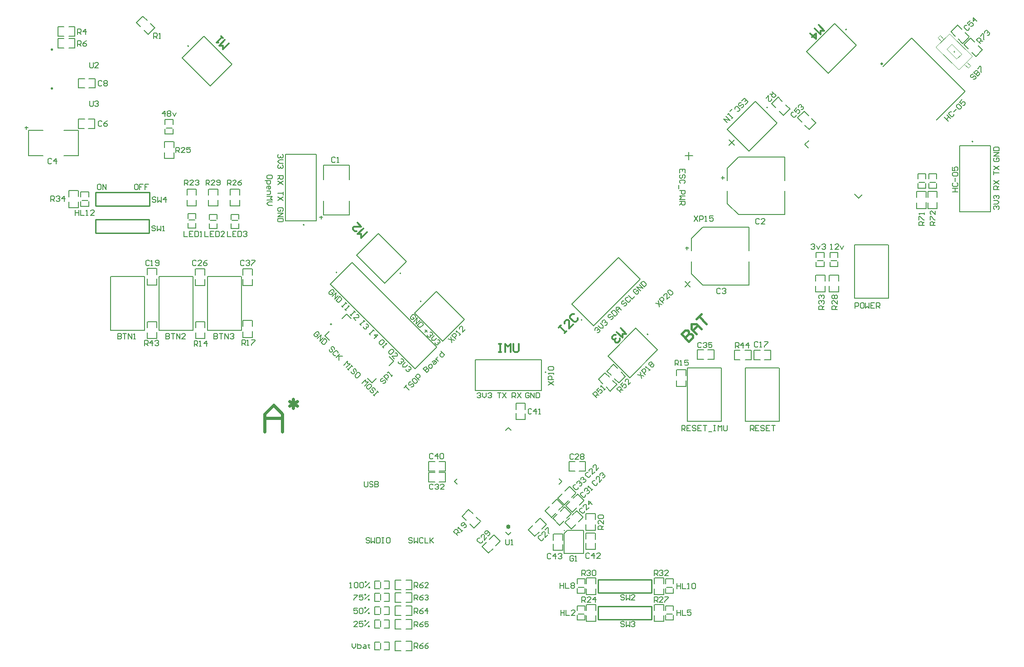
<source format=gbr>
%TF.GenerationSoftware,Altium Limited,Altium Designer,21.8.1 (53)*%
G04 Layer_Color=65535*
%FSLAX42Y42*%
%MOMM*%
%TF.SameCoordinates,A14AC2FF-552C-49EE-99B9-5FADE3BE6FDA*%
%TF.FilePolarity,Positive*%
%TF.FileFunction,Legend,Top*%
%TF.Part,Single*%
G01*
G75*
%TA.AperFunction,NonConductor*%
%ADD79C,0.20*%
%ADD81C,0.13*%
%ADD82C,0.15*%
%ADD83C,0.25*%
%ADD85C,0.30*%
%ADD129C,0.10*%
%ADD130C,0.40*%
%TA.AperFunction,OtherPad,Pad HC-05-34 (269.809mm,223.74mm)*%
%ADD131C,0.50*%
%TA.AperFunction,NonConductor*%
%ADD132C,0.60*%
D79*
X17992Y18452D02*
G03*
X17992Y18452I-10J0D01*
G01*
X18374Y17926D02*
G03*
X18374Y17926I-10J0D01*
G01*
X21380Y17580D02*
G03*
X21380Y17580I-10J0D01*
G01*
X16697Y17500D02*
G03*
X16697Y17500I-10J0D01*
G01*
X20705Y16602D02*
G03*
X20705Y16602I-10J0D01*
G01*
X26323Y23013D02*
G03*
X26323Y23013I-10J0D01*
G01*
X28683Y20917D02*
G03*
X28683Y20917I-10J0D01*
G01*
X24846Y21556D02*
G03*
X24846Y21556I-10J0D01*
G01*
X22613Y17313D02*
G03*
X22613Y17313I-10J0D01*
G01*
X16800Y18470D02*
G03*
X16800Y18470I-10J0D01*
G01*
X16187Y19360D02*
G03*
X16187Y19360I-10J0D01*
G01*
X14027Y22703D02*
G03*
X14027Y22703I-10J0D01*
G01*
X26546Y19860D02*
X26615Y19929D01*
X26474Y19933D02*
X26546Y19860D01*
X25542Y20864D02*
X25607Y20799D01*
X25542Y20864D02*
X25611Y20933D01*
X28006Y21320D02*
X28540Y21854D01*
X27536Y22858D02*
X28540Y21854D01*
X27002Y22325D02*
X27536Y22858D01*
X24125Y20850D02*
X24225Y20950D01*
X24125D02*
X24225Y20850D01*
X23375Y20575D02*
Y20725D01*
X23300Y20650D02*
X23450D01*
X23300Y18300D02*
X23400Y18200D01*
X23300D02*
X23400Y18300D01*
X26467Y17984D02*
Y18984D01*
X26469Y17984D02*
X27099Y17984D01*
X27102D02*
Y18984D01*
X26627Y18989D02*
X26942Y18989D01*
X26469Y18989D02*
X26627D01*
X26942Y18989D02*
X27099D01*
X23348Y15680D02*
Y16680D01*
X23350Y15680D02*
X23980D01*
X23982D02*
Y16680D01*
X23507Y16685D02*
X23822D01*
X23350D02*
X23507D01*
X23822D02*
X23980D01*
X24430Y15680D02*
X24588D01*
X24903Y15680D02*
X25060D01*
X24588Y15680D02*
X24903Y15680D01*
X24427Y15685D02*
Y16685D01*
X24430D02*
X25060Y16685D01*
X25063Y15685D02*
Y16685D01*
X14380Y17384D02*
X14538D01*
X14853D02*
X15010D01*
X14538D02*
X14853D01*
X14377Y17389D02*
Y18389D01*
X14380D02*
X15010D01*
X15012D02*
X15013Y17389D01*
X23340Y18893D02*
X23340Y18953D01*
X23310Y18923D02*
X23370Y18923D01*
X23420Y18873D02*
Y19093D01*
X23630Y19313D02*
X24500D01*
X23420Y19093D02*
Y19103D01*
X23630Y19313D01*
X24500Y18873D02*
Y19313D01*
Y18233D02*
Y18673D01*
X23420Y18443D02*
X23630Y18233D01*
X23420Y18443D02*
Y18453D01*
X23630Y18233D02*
X24500D01*
X23420Y18453D02*
Y18673D01*
X12572Y17384D02*
X12729D01*
X13044D02*
X13202D01*
X12729D02*
X13044D01*
X12569Y17389D02*
Y18389D01*
X12572D02*
X13202D01*
X13204D02*
X13204Y17389D01*
X14108Y18389D02*
X14108Y17389D01*
X13476Y18389D02*
X14106D01*
X13473Y17389D02*
Y18389D01*
X13633Y17384D02*
X13948D01*
X14106D01*
X13476D02*
X13633D01*
X24090Y19770D02*
Y19990D01*
X24300Y19550D02*
X25170D01*
X24090Y19760D02*
Y19770D01*
Y19760D02*
X24300Y19550D01*
X25170D02*
Y19990D01*
Y20190D02*
Y20630D01*
X24090Y20420D02*
X24300Y20630D01*
X24090Y20410D02*
Y20420D01*
X24300Y20630D02*
X25170D01*
X24090Y20190D02*
Y20410D01*
X23980Y20240D02*
X24040D01*
X24010Y20210D02*
Y20270D01*
X17994Y16850D02*
X18018D01*
X18042Y16826D01*
Y16803D01*
X18030Y16791D01*
X18006D01*
X17994Y16803D01*
X18006Y16791D01*
X18006Y16767D01*
X17994Y16756D01*
X17971D01*
X17947Y16779D01*
Y16803D01*
X18077Y16791D02*
X18030Y16744D01*
Y16697D01*
X18077D01*
X18124Y16744D01*
X18136Y16708D02*
X18159D01*
X18183Y16685D01*
X18183Y16661D01*
X18171Y16649D01*
X18148D01*
X18136Y16661D01*
X18148Y16649D01*
X18148Y16626D01*
X18136Y16614D01*
X18112Y16614D01*
X18089Y16638D01*
Y16661D01*
X18443Y17396D02*
X18490Y17349D01*
Y17396D02*
X18443Y17349D01*
X18538D02*
X18561D01*
X18585Y17326D01*
X18585Y17302D01*
X18573Y17290D01*
X18549D01*
X18538Y17302D01*
X18549Y17290D01*
X18549Y17267D01*
X18538Y17255D01*
X18514D01*
X18490Y17279D01*
Y17302D01*
X18620Y17290D02*
X18573Y17243D01*
Y17196D01*
X18620D01*
X18667Y17243D01*
X18679Y17208D02*
X18703D01*
X18726Y17184D01*
X18726Y17161D01*
X18714Y17149D01*
X18691D01*
X18679Y17161D01*
X18691Y17149D01*
Y17125D01*
X18679Y17114D01*
X18655Y17114D01*
X18632Y17137D01*
Y17161D01*
X19420Y16203D02*
X19437Y16220D01*
X19470D01*
X19487Y16203D01*
Y16187D01*
X19470Y16170D01*
X19453D01*
X19470D01*
X19487Y16153D01*
Y16137D01*
X19470Y16120D01*
X19437D01*
X19420Y16137D01*
X19520Y16220D02*
Y16153D01*
X19553Y16120D01*
X19587Y16153D01*
Y16220D01*
X19620Y16203D02*
X19637Y16220D01*
X19670D01*
X19687Y16203D01*
Y16187D01*
X19670Y16170D01*
X19653D01*
X19670D01*
X19687Y16153D01*
Y16137D01*
X19670Y16120D01*
X19637D01*
X19620Y16137D01*
X29087Y19645D02*
X29070Y19662D01*
Y19695D01*
X29087Y19712D01*
X29103D01*
X29120Y19695D01*
Y19678D01*
Y19695D01*
X29137Y19712D01*
X29153D01*
X29170Y19695D01*
Y19662D01*
X29153Y19645D01*
X29070Y19745D02*
X29137D01*
X29170Y19778D01*
X29137Y19812D01*
X29070D01*
X29087Y19845D02*
X29070Y19862D01*
Y19895D01*
X29087Y19912D01*
X29103D01*
X29120Y19895D01*
Y19878D01*
Y19895D01*
X29137Y19912D01*
X29153D01*
X29170Y19895D01*
Y19862D01*
X29153Y19845D01*
X29170Y20020D02*
X29070D01*
Y20070D01*
X29087Y20087D01*
X29120D01*
X29137Y20070D01*
Y20020D01*
Y20053D02*
X29170Y20087D01*
X29070Y20120D02*
X29170Y20187D01*
X29070D02*
X29170Y20120D01*
X29070Y20295D02*
Y20362D01*
Y20328D01*
X29170D01*
X29070Y20395D02*
X29170Y20462D01*
X29070D02*
X29170Y20395D01*
X29087Y20612D02*
X29070Y20595D01*
Y20562D01*
X29087Y20545D01*
X29153D01*
X29170Y20562D01*
Y20595D01*
X29153Y20612D01*
X29120D01*
Y20578D01*
X29170Y20645D02*
X29070D01*
X29170Y20712D01*
X29070D01*
Y20745D02*
X29170D01*
Y20795D01*
X29153Y20812D01*
X29087D01*
X29070Y20795D01*
Y20745D01*
X21615Y17388D02*
Y17412D01*
X21639Y17435D01*
X21662D01*
X21674Y17424D01*
Y17400D01*
X21662Y17388D01*
X21674Y17400D01*
X21698Y17400D01*
X21709Y17388D01*
Y17365D01*
X21686Y17341D01*
X21662D01*
X21674Y17471D02*
X21721Y17424D01*
X21768D01*
Y17471D01*
X21721Y17518D01*
X21756Y17530D02*
Y17553D01*
X21780Y17577D01*
X21804Y17577D01*
X21815Y17565D01*
Y17541D01*
X21804Y17530D01*
X21815Y17541D01*
X21839Y17541D01*
X21851Y17530D01*
X21851Y17506D01*
X21827Y17482D01*
X21804D01*
X21912Y17685D02*
X21889D01*
X21865Y17662D01*
Y17638D01*
X21877Y17626D01*
X21900Y17626D01*
X21924Y17650D01*
X21948Y17650D01*
X21959Y17638D01*
Y17615D01*
X21936Y17591D01*
X21912D01*
X21924Y17721D02*
X21995Y17650D01*
X22030Y17685D01*
Y17709D01*
X21983Y17756D01*
X21959Y17756D01*
X21924Y17721D01*
X22065D02*
X22018Y17768D01*
X22018Y17815D01*
X22065Y17815D01*
X22112Y17768D01*
X22077Y17803D01*
X22030Y17756D01*
X22162Y17935D02*
X22139D01*
X22115Y17912D01*
Y17888D01*
X22127Y17876D01*
X22150Y17876D01*
X22174Y17900D01*
X22198Y17900D01*
X22209Y17888D01*
Y17865D01*
X22186Y17841D01*
X22162D01*
X22233Y18006D02*
X22209Y18006D01*
X22186Y17982D01*
Y17959D01*
X22233Y17912D01*
X22256D01*
X22280Y17935D01*
Y17959D01*
X22245Y18041D02*
X22315Y17971D01*
X22362Y18018D01*
X22387Y18160D02*
X22364D01*
X22340Y18137D01*
Y18113D01*
X22387Y18066D01*
X22411D01*
X22434Y18090D01*
Y18113D01*
X22411Y18137D01*
X22387Y18113D01*
X22470Y18125D02*
X22399Y18196D01*
X22517Y18172D01*
X22446Y18243D01*
X22470Y18266D02*
X22540Y18196D01*
X22576Y18231D01*
X22576Y18255D01*
X22529Y18302D01*
X22505Y18302D01*
X22470Y18266D01*
X20387Y16203D02*
X20370Y16220D01*
X20337D01*
X20320Y16203D01*
Y16137D01*
X20337Y16120D01*
X20370D01*
X20387Y16137D01*
Y16170D01*
X20353D01*
X20420Y16120D02*
Y16220D01*
X20487Y16120D01*
Y16220D01*
X20520D02*
Y16120D01*
X20570D01*
X20587Y16137D01*
Y16203D01*
X20570Y16220D01*
X20520D01*
X20070Y16120D02*
Y16220D01*
X20120D01*
X20137Y16203D01*
Y16170D01*
X20120Y16153D01*
X20070D01*
X20103D02*
X20137Y16120D01*
X20170Y16220D02*
X20237Y16120D01*
Y16220D02*
X20170Y16120D01*
X19795Y16220D02*
X19862D01*
X19828D01*
Y16120D01*
X19895Y16220D02*
X19962Y16120D01*
Y16220D02*
X19895Y16120D01*
X16745Y18099D02*
Y18123D01*
X16722Y18146D01*
X16698D01*
X16651Y18099D01*
Y18075D01*
X16675Y18052D01*
X16698D01*
X16722Y18075D01*
X16698Y18099D01*
X16710Y18017D02*
X16781Y18087D01*
X16757Y17969D01*
X16828Y18040D01*
X16851Y18017D02*
X16781Y17946D01*
X16816Y17911D01*
X16839Y17911D01*
X16887Y17958D01*
X16887Y17981D01*
X16851Y18017D01*
X16465Y17313D02*
Y17336D01*
X16442Y17360D01*
X16418D01*
X16371Y17313D01*
Y17289D01*
X16395Y17266D01*
X16418D01*
X16442Y17289D01*
X16418Y17313D01*
X16430Y17230D02*
X16501Y17301D01*
X16477Y17183D01*
X16548Y17254D01*
X16571Y17230D02*
X16501Y17160D01*
X16536Y17124D01*
X16560Y17124D01*
X16607Y17171D01*
X16607Y17195D01*
X16571Y17230D01*
X16748Y17030D02*
X16748Y17054D01*
X16725Y17077D01*
X16701D01*
X16689Y17065D01*
X16689Y17042D01*
X16713Y17018D01*
Y16995D01*
X16701Y16983D01*
X16677Y16983D01*
X16654Y17006D01*
Y17030D01*
X16819Y16959D02*
Y16983D01*
X16795Y17006D01*
X16772D01*
X16725Y16959D01*
Y16936D01*
X16748Y16912D01*
X16772Y16912D01*
X16854Y16948D02*
X16783Y16877D01*
X16807Y16900D01*
X16901Y16900D01*
X16831Y16900D01*
X16831Y16830D01*
X16925Y16736D02*
X16996Y16806D01*
X16996Y16759D01*
X17043Y16759D01*
X16972Y16688D01*
X17066Y16736D02*
X17090Y16712D01*
X17078Y16724D01*
X17007Y16653D01*
X16996Y16665D01*
X17019Y16641D01*
X17160Y16618D02*
Y16641D01*
X17137Y16665D01*
X17113D01*
X17102Y16653D01*
X17102Y16629D01*
X17125Y16606D01*
X17125Y16582D01*
X17113Y16571D01*
X17090D01*
X17066Y16594D01*
Y16618D01*
X17231Y16571D02*
X17208Y16594D01*
X17184D01*
X17137Y16547D01*
Y16523D01*
X17160Y16500D01*
X17184D01*
X17231Y16547D01*
X17231Y16571D01*
X17266Y16394D02*
X17337Y16465D01*
Y16417D01*
X17384Y16417D01*
X17314Y16347D01*
X17443Y16359D02*
X17420Y16382D01*
X17396D01*
X17349Y16335D01*
Y16311D01*
X17373Y16288D01*
X17396Y16288D01*
X17443Y16335D01*
X17443Y16359D01*
X17514Y16264D02*
X17514Y16288D01*
X17490Y16311D01*
X17467D01*
X17455Y16300D01*
X17455Y16276D01*
X17479Y16252D01*
X17479Y16229D01*
X17467Y16217D01*
X17443Y16217D01*
X17420Y16241D01*
Y16264D01*
X17549Y16252D02*
X17573Y16229D01*
X17561Y16241D01*
X17490Y16170D01*
X17479Y16182D01*
X17502Y16158D01*
X17859Y17009D02*
X17835Y17032D01*
X17812D01*
X17765Y16985D01*
Y16962D01*
X17788Y16938D01*
X17812D01*
X17859Y16985D01*
Y17009D01*
X17871Y16856D02*
X17824Y16903D01*
X17918D01*
X17930Y16915D01*
X17930Y16938D01*
X17906Y16962D01*
X17882D01*
X17682Y17186D02*
X17659Y17209D01*
X17635D01*
X17588Y17162D01*
Y17139D01*
X17611Y17115D01*
X17635D01*
X17682Y17162D01*
Y17186D01*
X17647Y17080D02*
X17670Y17056D01*
X17659Y17068D01*
X17729Y17139D01*
X17706D01*
X17470Y17398D02*
X17494Y17374D01*
X17482Y17386D01*
X17411Y17315D01*
X17399Y17327D01*
X17423Y17304D01*
X17494Y17233D02*
X17564Y17304D01*
X17494D01*
X17541Y17256D01*
X17293Y17575D02*
X17317Y17551D01*
X17305Y17563D01*
X17234Y17492D01*
X17223Y17504D01*
X17246Y17480D01*
X17340Y17504D02*
X17364D01*
X17387Y17480D01*
X17387Y17457D01*
X17376Y17445D01*
X17352D01*
X17340Y17457D01*
X17352Y17445D01*
Y17421D01*
X17340Y17410D01*
X17317Y17410D01*
X17293Y17433D01*
Y17457D01*
X17116Y17751D02*
X17140Y17728D01*
X17128Y17740D01*
X17058Y17669D01*
X17046Y17681D01*
X17069Y17657D01*
X17152Y17575D02*
X17105Y17622D01*
X17199D01*
X17211Y17634D01*
X17211Y17657D01*
X17187Y17681D01*
X17164D01*
X16957Y17910D02*
X16981Y17887D01*
X16969Y17899D01*
X16898Y17828D01*
X16887Y17840D01*
X16910Y17816D01*
X16946Y17781D02*
X16969Y17757D01*
X16957Y17769D01*
X17028Y17840D01*
X17004D01*
X18264Y17632D02*
Y17655D01*
X18241Y17679D01*
X18217D01*
X18170Y17632D01*
Y17608D01*
X18194Y17585D01*
X18217D01*
X18241Y17608D01*
X18217Y17632D01*
X18229Y17549D02*
X18300Y17620D01*
X18276Y17502D01*
X18347Y17573D01*
X18370Y17549D02*
X18300Y17479D01*
X18335Y17443D01*
X18359Y17443D01*
X18406Y17490D01*
X18406Y17514D01*
X18370Y17549D01*
X15773Y20680D02*
X15790Y20663D01*
Y20630D01*
X15773Y20613D01*
X15757D01*
X15740Y20630D01*
Y20647D01*
Y20630D01*
X15723Y20613D01*
X15707D01*
X15690Y20630D01*
Y20663D01*
X15707Y20680D01*
X15790Y20580D02*
X15723D01*
X15690Y20547D01*
X15723Y20513D01*
X15790D01*
X15773Y20480D02*
X15790Y20463D01*
Y20430D01*
X15773Y20413D01*
X15757D01*
X15740Y20430D01*
Y20447D01*
Y20430D01*
X15723Y20413D01*
X15707D01*
X15690Y20430D01*
Y20463D01*
X15707Y20480D01*
X15690Y20280D02*
X15790D01*
Y20230D01*
X15773Y20213D01*
X15740D01*
X15723Y20230D01*
Y20280D01*
Y20247D02*
X15690Y20213D01*
X15790Y20180D02*
X15690Y20114D01*
X15790D02*
X15690Y20180D01*
X15790Y19980D02*
Y19914D01*
Y19947D01*
X15690D01*
X15790Y19880D02*
X15690Y19814D01*
X15790D02*
X15690Y19880D01*
X15773Y19614D02*
X15790Y19630D01*
Y19664D01*
X15773Y19680D01*
X15707D01*
X15690Y19664D01*
Y19630D01*
X15707Y19614D01*
X15740D01*
Y19647D01*
X15690Y19580D02*
X15790D01*
X15690Y19514D01*
X15790D01*
Y19480D02*
X15690D01*
Y19430D01*
X15707Y19414D01*
X15773D01*
X15790Y19430D01*
Y19480D01*
X13063Y20120D02*
X13030D01*
X13013Y20103D01*
Y20037D01*
X13030Y20020D01*
X13063D01*
X13080Y20037D01*
Y20103D01*
X13063Y20120D01*
X13180D02*
X13113D01*
Y20070D01*
X13147D01*
X13113D01*
Y20020D01*
X13280Y20120D02*
X13213D01*
Y20070D01*
X13247D01*
X13213D01*
Y20020D01*
X12370Y20120D02*
X12337D01*
X12320Y20103D01*
Y20037D01*
X12337Y20020D01*
X12370D01*
X12387Y20037D01*
Y20103D01*
X12370Y20120D01*
X12420Y20020D02*
Y20120D01*
X12487Y20020D01*
Y20120D01*
X17407Y13493D02*
X17390Y13510D01*
X17357D01*
X17340Y13493D01*
Y13477D01*
X17357Y13460D01*
X17390D01*
X17407Y13443D01*
Y13427D01*
X17390Y13410D01*
X17357D01*
X17340Y13427D01*
X17440Y13510D02*
Y13410D01*
X17473Y13443D01*
X17507Y13410D01*
Y13510D01*
X17540D02*
Y13410D01*
X17590D01*
X17607Y13427D01*
Y13493D01*
X17590Y13510D01*
X17540D01*
X17640D02*
X17673D01*
X17657D01*
Y13410D01*
X17640D01*
X17673D01*
X17773Y13510D02*
X17740D01*
X17723Y13493D01*
Y13427D01*
X17740Y13410D01*
X17773D01*
X17790Y13427D01*
Y13493D01*
X17773Y13510D01*
X18207Y13493D02*
X18190Y13510D01*
X18157D01*
X18140Y13493D01*
Y13477D01*
X18157Y13460D01*
X18190D01*
X18207Y13443D01*
Y13427D01*
X18190Y13410D01*
X18157D01*
X18140Y13427D01*
X18240Y13510D02*
Y13410D01*
X18273Y13443D01*
X18307Y13410D01*
Y13510D01*
X18407Y13493D02*
X18390Y13510D01*
X18357D01*
X18340Y13493D01*
Y13427D01*
X18357Y13410D01*
X18390D01*
X18407Y13427D01*
X18440Y13510D02*
Y13410D01*
X18507D01*
X18540Y13510D02*
Y13410D01*
Y13443D01*
X18607Y13510D01*
X18557Y13460D01*
X18607Y13410D01*
X17307Y14560D02*
Y14477D01*
X17323Y14460D01*
X17357D01*
X17373Y14477D01*
Y14560D01*
X17473Y14543D02*
X17457Y14560D01*
X17423D01*
X17407Y14543D01*
Y14527D01*
X17423Y14510D01*
X17457D01*
X17473Y14493D01*
Y14477D01*
X17457Y14460D01*
X17423D01*
X17407Y14477D01*
X17507Y14560D02*
Y14460D01*
X17557D01*
X17573Y14477D01*
Y14493D01*
X17557Y14510D01*
X17507D01*
X17557D01*
X17573Y14527D01*
Y14543D01*
X17557Y14560D01*
X17507D01*
X24667Y17158D02*
X24650Y17175D01*
X24617D01*
X24600Y17158D01*
Y17092D01*
X24617Y17075D01*
X24650D01*
X24667Y17092D01*
X24700Y17075D02*
X24733D01*
X24717D01*
Y17175D01*
X24700Y17158D01*
X24783Y17175D02*
X24850D01*
Y17158D01*
X24783Y17092D01*
Y17075D01*
X13292Y18683D02*
X13275Y18700D01*
X13242D01*
X13225Y18683D01*
Y18617D01*
X13242Y18600D01*
X13275D01*
X13292Y18617D01*
X13325Y18600D02*
X13358D01*
X13342D01*
Y18700D01*
X13325Y18683D01*
X13408Y18617D02*
X13425Y18600D01*
X13458D01*
X13475Y18617D01*
Y18683D01*
X13458Y18700D01*
X13425D01*
X13408Y18683D01*
Y18667D01*
X13425Y18650D01*
X13475D01*
X14167Y18683D02*
X14150Y18700D01*
X14117D01*
X14100Y18683D01*
Y18617D01*
X14117Y18600D01*
X14150D01*
X14167Y18617D01*
X14267Y18600D02*
X14200D01*
X14267Y18667D01*
Y18683D01*
X14250Y18700D01*
X14217D01*
X14200Y18683D01*
X14367Y18700D02*
X14333Y18683D01*
X14300Y18650D01*
Y18617D01*
X14317Y18600D01*
X14350D01*
X14367Y18617D01*
Y18633D01*
X14350Y18650D01*
X14300D01*
X23607Y17143D02*
X23590Y17160D01*
X23557D01*
X23540Y17143D01*
Y17077D01*
X23557Y17060D01*
X23590D01*
X23607Y17077D01*
X23640Y17143D02*
X23657Y17160D01*
X23690D01*
X23707Y17143D01*
Y17127D01*
X23690Y17110D01*
X23673D01*
X23690D01*
X23707Y17093D01*
Y17077D01*
X23690Y17060D01*
X23657D01*
X23640Y17077D01*
X23807Y17160D02*
X23740D01*
Y17110D01*
X23773Y17127D01*
X23790D01*
X23807Y17110D01*
Y17077D01*
X23790Y17060D01*
X23757D01*
X23740Y17077D01*
X15067Y18683D02*
X15050Y18700D01*
X15017D01*
X15000Y18683D01*
Y18617D01*
X15017Y18600D01*
X15050D01*
X15067Y18617D01*
X15100Y18683D02*
X15117Y18700D01*
X15150D01*
X15167Y18683D01*
Y18667D01*
X15150Y18650D01*
X15133D01*
X15150D01*
X15167Y18633D01*
Y18617D01*
X15150Y18600D01*
X15117D01*
X15100Y18617D01*
X15200Y18700D02*
X15267D01*
Y18683D01*
X15200Y18617D01*
Y18600D01*
X14130Y17090D02*
Y17190D01*
X14180D01*
X14197Y17173D01*
Y17140D01*
X14180Y17123D01*
X14130D01*
X14163D02*
X14197Y17090D01*
X14230D02*
X14263D01*
X14247D01*
Y17190D01*
X14230Y17173D01*
X14363Y17090D02*
Y17190D01*
X14313Y17140D01*
X14380D01*
X23114Y16730D02*
Y16830D01*
X23164D01*
X23180Y16813D01*
Y16780D01*
X23164Y16763D01*
X23114D01*
X23147D02*
X23180Y16730D01*
X23214D02*
X23247D01*
X23230D01*
Y16830D01*
X23214Y16813D01*
X23364Y16830D02*
X23297D01*
Y16780D01*
X23330Y16796D01*
X23347D01*
X23364Y16780D01*
Y16746D01*
X23347Y16730D01*
X23314D01*
X23297Y16746D01*
X15020Y17110D02*
Y17210D01*
X15070D01*
X15087Y17193D01*
Y17160D01*
X15070Y17143D01*
X15020D01*
X15053D02*
X15087Y17110D01*
X15120D02*
X15153D01*
X15137D01*
Y17210D01*
X15120Y17193D01*
X15203Y17210D02*
X15270D01*
Y17193D01*
X15203Y17127D01*
Y17110D01*
X13600Y17325D02*
Y17225D01*
X13650D01*
X13667Y17242D01*
Y17258D01*
X13650Y17275D01*
X13600D01*
X13650D01*
X13667Y17292D01*
Y17308D01*
X13650Y17325D01*
X13600D01*
X13700D02*
X13767D01*
X13733D01*
Y17225D01*
X13800D02*
Y17325D01*
X13867Y17225D01*
Y17325D01*
X13967Y17225D02*
X13900D01*
X13967Y17292D01*
Y17308D01*
X13950Y17325D01*
X13917D01*
X13900Y17308D01*
X27980Y19350D02*
X27880D01*
Y19400D01*
X27897Y19417D01*
X27930D01*
X27947Y19400D01*
Y19350D01*
Y19383D02*
X27980Y19417D01*
X27880Y19450D02*
Y19517D01*
X27897D01*
X27963Y19450D01*
X27980D01*
Y19617D02*
Y19550D01*
X27913Y19617D01*
X27897D01*
X27880Y19600D01*
Y19567D01*
X27897Y19550D01*
X27770Y19350D02*
X27670D01*
Y19400D01*
X27687Y19417D01*
X27720D01*
X27737Y19400D01*
Y19350D01*
Y19383D02*
X27770Y19417D01*
X27670Y19450D02*
Y19517D01*
X27687D01*
X27753Y19450D01*
X27770D01*
Y19550D02*
Y19583D01*
Y19567D01*
X27670D01*
X27687Y19550D01*
X25328Y21466D02*
X25305D01*
X25281Y21442D01*
Y21419D01*
X25328Y21372D01*
X25352D01*
X25375Y21395D01*
Y21419D01*
X25387Y21549D02*
X25340Y21501D01*
X25375Y21466D01*
X25387Y21501D01*
X25399Y21513D01*
X25422D01*
X25446Y21490D01*
Y21466D01*
X25422Y21442D01*
X25399D01*
X25422Y21560D02*
Y21584D01*
X25446Y21607D01*
X25470Y21607D01*
X25481Y21596D01*
Y21572D01*
X25470Y21560D01*
X25481Y21572D01*
X25505Y21572D01*
X25517Y21560D01*
X25517Y21537D01*
X25493Y21513D01*
X25470D01*
X21650Y16125D02*
X21579Y16196D01*
X21615Y16231D01*
X21638D01*
X21662Y16207D01*
Y16184D01*
X21626Y16149D01*
X21650Y16172D02*
X21697D01*
Y16314D02*
X21650Y16266D01*
X21685Y16231D01*
X21697Y16266D01*
X21709Y16278D01*
X21732D01*
X21756Y16255D01*
Y16231D01*
X21732Y16207D01*
X21709D01*
X21791Y16266D02*
X21815Y16290D01*
X21803Y16278D01*
X21732Y16349D01*
Y16325D01*
X22754Y17896D02*
X22872Y17872D01*
X22801Y17943D02*
X22825Y17825D01*
X22896Y17896D02*
X22825Y17966D01*
X22860Y18002D01*
X22884Y18002D01*
X22907Y17978D01*
Y17955D01*
X22872Y17919D01*
X23014Y18014D02*
X22966Y17966D01*
Y18061D01*
X22955Y18072D01*
X22931Y18072D01*
X22907Y18049D01*
Y18025D01*
X22978Y18096D02*
Y18120D01*
X23002Y18143D01*
X23025Y18143D01*
X23072Y18096D01*
X23072Y18072D01*
X23049Y18049D01*
X23025D01*
X22978Y18096D01*
X22416Y16557D02*
X22534Y16534D01*
X22463Y16605D02*
X22487Y16487D01*
X22557Y16557D02*
X22487Y16628D01*
X22522Y16663D01*
X22546Y16663D01*
X22569Y16640D01*
Y16616D01*
X22534Y16581D01*
X22628Y16628D02*
X22652Y16652D01*
X22640Y16640D01*
X22569Y16711D01*
Y16687D01*
X22628Y16746D02*
Y16770D01*
X22652Y16793D01*
X22675D01*
X22687Y16781D01*
Y16758D01*
X22711Y16758D01*
X22722Y16746D01*
X22722Y16722D01*
X22699Y16699D01*
X22675D01*
X22663Y16711D01*
Y16734D01*
X22640Y16734D01*
X22628Y16746D01*
X22663Y16734D02*
X22687Y16758D01*
X23475Y19525D02*
X23542Y19425D01*
Y19525D02*
X23475Y19425D01*
X23575D02*
Y19525D01*
X23625D01*
X23642Y19508D01*
Y19475D01*
X23625Y19458D01*
X23575D01*
X23675Y19425D02*
X23708D01*
X23692D01*
Y19525D01*
X23675Y19508D01*
X23825Y19525D02*
X23758D01*
Y19475D01*
X23792Y19492D01*
X23808D01*
X23825Y19475D01*
Y19442D01*
X23808Y19425D01*
X23775D01*
X23758Y19442D01*
X23300Y20333D02*
Y20400D01*
X23200D01*
Y20333D01*
X23250Y20400D02*
Y20367D01*
X23283Y20233D02*
X23300Y20250D01*
Y20283D01*
X23283Y20300D01*
X23267D01*
X23250Y20283D01*
Y20250D01*
X23233Y20233D01*
X23217D01*
X23200Y20250D01*
Y20283D01*
X23217Y20300D01*
X23283Y20133D02*
X23300Y20150D01*
Y20183D01*
X23283Y20200D01*
X23217D01*
X23200Y20183D01*
Y20150D01*
X23217Y20133D01*
X23183Y20100D02*
Y20033D01*
X23200Y20000D02*
X23300D01*
Y19950D01*
X23283Y19933D01*
X23250D01*
X23233Y19950D01*
Y20000D01*
X23300Y19900D02*
X23200D01*
X23233Y19867D01*
X23200Y19834D01*
X23300D01*
X23200Y19800D02*
X23300D01*
Y19750D01*
X23283Y19734D01*
X23250D01*
X23233Y19750D01*
Y19800D01*
Y19767D02*
X23200Y19734D01*
X24432Y21612D02*
X24479Y21659D01*
X24409Y21729D01*
X24362Y21682D01*
X24444Y21694D02*
X24421Y21671D01*
X24350Y21553D02*
X24373Y21553D01*
X24397Y21576D01*
Y21600D01*
X24385Y21612D01*
X24362Y21612D01*
X24338Y21588D01*
X24314Y21588D01*
X24303Y21600D01*
Y21623D01*
X24326Y21647D01*
X24350D01*
X24279Y21482D02*
X24303Y21482D01*
X24326Y21506D01*
Y21529D01*
X24279Y21576D01*
X24256D01*
X24232Y21553D01*
X24232Y21529D01*
X24185D02*
X24138Y21482D01*
X24197Y21376D02*
X24173Y21352D01*
X24185Y21364D01*
X24114Y21435D01*
X24126Y21447D01*
X24102Y21423D01*
X24067Y21388D02*
X24138Y21317D01*
X24020Y21341D01*
X24091Y21270D01*
X18876Y17224D02*
X18994Y17200D01*
X18923Y17271D02*
X18947Y17153D01*
X19017Y17224D02*
X18947Y17295D01*
X18982Y17330D01*
X19006Y17330D01*
X19029Y17306D01*
Y17283D01*
X18994Y17247D01*
X19088Y17295D02*
X19112Y17318D01*
X19100Y17306D01*
X19029Y17377D01*
Y17354D01*
X19194Y17401D02*
X19147Y17354D01*
Y17448D01*
X19135Y17460D01*
X19112D01*
X19088Y17436D01*
Y17412D01*
X17659Y16486D02*
X17636D01*
X17612Y16462D01*
Y16438D01*
X17624Y16427D01*
X17648Y16427D01*
X17671Y16450D01*
X17695Y16450D01*
X17707Y16438D01*
Y16415D01*
X17683Y16391D01*
X17659D01*
X17742Y16450D02*
X17671Y16521D01*
X17707Y16556D01*
X17730Y16556D01*
X17754Y16533D01*
Y16509D01*
X17718Y16474D01*
X17742Y16592D02*
X17766Y16615D01*
X17754Y16603D01*
X17824Y16533D01*
X17813Y16521D01*
X17836Y16544D01*
X20750Y16360D02*
X20850Y16427D01*
X20750D02*
X20850Y16360D01*
Y16460D02*
X20750D01*
Y16510D01*
X20767Y16527D01*
X20800D01*
X20817Y16510D01*
Y16460D01*
X20850Y16560D02*
Y16593D01*
Y16577D01*
X20750D01*
X20767Y16560D01*
Y16643D02*
X20750Y16660D01*
Y16693D01*
X20767Y16710D01*
X20833D01*
X20850Y16693D01*
Y16660D01*
X20833Y16643D01*
X20767D01*
X15590Y20240D02*
Y20273D01*
X15573Y20290D01*
X15507D01*
X15490Y20273D01*
Y20240D01*
X15507Y20223D01*
X15573D01*
X15590Y20240D01*
X15457Y20190D02*
X15557D01*
Y20140D01*
X15540Y20123D01*
X15507D01*
X15490Y20140D01*
Y20190D01*
Y20040D02*
Y20073D01*
X15507Y20090D01*
X15540D01*
X15557Y20073D01*
Y20040D01*
X15540Y20023D01*
X15523D01*
Y20090D01*
X15490Y19990D02*
X15557D01*
Y19940D01*
X15540Y19923D01*
X15490D01*
Y19890D02*
X15590D01*
X15557Y19857D01*
X15590Y19823D01*
X15490D01*
X15590Y19790D02*
X15523D01*
X15490Y19757D01*
X15523Y19724D01*
X15590D01*
X28300Y19975D02*
X28400D01*
X28350D01*
Y20042D01*
X28300D01*
X28400D01*
X28317Y20142D02*
X28300Y20125D01*
Y20092D01*
X28317Y20075D01*
X28383D01*
X28400Y20092D01*
Y20125D01*
X28383Y20142D01*
X28350Y20175D02*
Y20242D01*
X28317Y20275D02*
X28300Y20292D01*
Y20325D01*
X28317Y20342D01*
X28383D01*
X28400Y20325D01*
Y20292D01*
X28383Y20275D01*
X28317D01*
X28300Y20442D02*
Y20375D01*
X28350D01*
X28333Y20408D01*
Y20425D01*
X28350Y20442D01*
X28383D01*
X28400Y20425D01*
Y20392D01*
X28383Y20375D01*
X18053Y16312D02*
X18100Y16360D01*
X18076Y16336D01*
X18147Y16265D01*
X18182Y16418D02*
X18159Y16418D01*
X18135Y16395D01*
Y16371D01*
X18147Y16360D01*
X18170Y16360D01*
X18194Y16383D01*
X18217Y16383D01*
X18229Y16371D01*
Y16348D01*
X18206Y16324D01*
X18182D01*
X18229Y16489D02*
X18206Y16466D01*
Y16442D01*
X18253Y16395D01*
X18276D01*
X18300Y16418D01*
X18300Y16442D01*
X18253Y16489D01*
X18229Y16489D01*
X18335Y16454D02*
X18265Y16525D01*
X18300Y16560D01*
X18324Y16560D01*
X18347Y16536D01*
X18347Y16513D01*
X18312Y16477D01*
X18406Y16666D02*
X18477Y16595D01*
X18512Y16631D01*
X18512Y16654D01*
X18500Y16666D01*
X18477Y16666D01*
X18441Y16631D01*
X18477Y16666D01*
Y16689D01*
X18465Y16701D01*
X18441D01*
X18406Y16666D01*
X18559Y16678D02*
X18583Y16701D01*
Y16725D01*
X18559Y16748D01*
X18536D01*
X18512Y16725D01*
Y16701D01*
X18536Y16678D01*
X18559D01*
X18583Y16795D02*
X18606Y16819D01*
X18630D01*
X18665Y16784D01*
X18630Y16748D01*
X18606D01*
Y16772D01*
X18642Y16807D01*
X18642Y16854D02*
X18689Y16807D01*
X18665Y16831D01*
Y16854D01*
Y16878D01*
X18677Y16890D01*
X18736Y16996D02*
X18807Y16925D01*
X18771Y16890D01*
X18748D01*
X18724Y16913D01*
X18724Y16937D01*
X18759Y16972D01*
X12175Y21675D02*
Y21592D01*
X12192Y21575D01*
X12225D01*
X12242Y21592D01*
Y21675D01*
X12275Y21658D02*
X12292Y21675D01*
X12325D01*
X12342Y21658D01*
Y21642D01*
X12325Y21625D01*
X12308D01*
X12325D01*
X12342Y21608D01*
Y21592D01*
X12325Y21575D01*
X12292D01*
X12275Y21592D01*
X12175Y22400D02*
Y22317D01*
X12192Y22300D01*
X12225D01*
X12242Y22317D01*
Y22400D01*
X12342Y22300D02*
X12275D01*
X12342Y22367D01*
Y22383D01*
X12325Y22400D01*
X12292D01*
X12275Y22383D01*
X19950Y13475D02*
Y13392D01*
X19967Y13375D01*
X20000D01*
X20017Y13392D01*
Y13475D01*
X20050Y13375D02*
X20083D01*
X20067D01*
Y13475D01*
X20050Y13458D01*
X13417Y19868D02*
X13400Y19885D01*
X13367D01*
X13350Y19868D01*
Y19852D01*
X13367Y19835D01*
X13400D01*
X13417Y19818D01*
Y19802D01*
X13400Y19785D01*
X13367D01*
X13350Y19802D01*
X13450Y19885D02*
Y19785D01*
X13483Y19818D01*
X13517Y19785D01*
Y19885D01*
X13600Y19785D02*
Y19885D01*
X13550Y19835D01*
X13617D01*
X22167Y11923D02*
X22150Y11940D01*
X22117D01*
X22100Y11923D01*
Y11907D01*
X22117Y11890D01*
X22150D01*
X22167Y11873D01*
Y11857D01*
X22150Y11840D01*
X22117D01*
X22100Y11857D01*
X22200Y11940D02*
Y11840D01*
X22233Y11873D01*
X22267Y11840D01*
Y11940D01*
X22300Y11923D02*
X22317Y11940D01*
X22350D01*
X22367Y11923D01*
Y11907D01*
X22350Y11890D01*
X22333D01*
X22350D01*
X22367Y11873D01*
Y11857D01*
X22350Y11840D01*
X22317D01*
X22300Y11857D01*
X22167Y12423D02*
X22150Y12440D01*
X22117D01*
X22100Y12423D01*
Y12407D01*
X22117Y12390D01*
X22150D01*
X22167Y12373D01*
Y12357D01*
X22150Y12340D01*
X22117D01*
X22100Y12357D01*
X22200Y12440D02*
Y12340D01*
X22233Y12373D01*
X22267Y12340D01*
Y12440D01*
X22367Y12340D02*
X22300D01*
X22367Y12407D01*
Y12423D01*
X22350Y12440D01*
X22317D01*
X22300Y12423D01*
X13407Y19328D02*
X13390Y19345D01*
X13357D01*
X13340Y19328D01*
Y19312D01*
X13357Y19295D01*
X13390D01*
X13407Y19278D01*
Y19262D01*
X13390Y19245D01*
X13357D01*
X13340Y19262D01*
X13440Y19345D02*
Y19245D01*
X13473Y19278D01*
X13507Y19245D01*
Y19345D01*
X13540Y19245D02*
X13573D01*
X13557D01*
Y19345D01*
X13540Y19328D01*
X28688Y22176D02*
X28665D01*
X28641Y22152D01*
Y22129D01*
X28653Y22117D01*
X28676Y22117D01*
X28700Y22141D01*
X28724Y22141D01*
X28735Y22129D01*
Y22105D01*
X28712Y22082D01*
X28688D01*
X28700Y22211D02*
X28771Y22141D01*
X28806Y22176D01*
Y22200D01*
X28794Y22211D01*
X28771Y22211D01*
X28735Y22176D01*
X28771Y22211D01*
Y22235D01*
X28759Y22247D01*
X28735Y22247D01*
X28700Y22211D01*
X28771Y22282D02*
X28818Y22329D01*
X28830Y22317D01*
Y22223D01*
X28841Y22211D01*
X14500Y17325D02*
Y17225D01*
X14550D01*
X14567Y17242D01*
Y17258D01*
X14550Y17275D01*
X14500D01*
X14550D01*
X14567Y17292D01*
Y17308D01*
X14550Y17325D01*
X14500D01*
X14600D02*
X14667D01*
X14633D01*
Y17225D01*
X14700D02*
Y17325D01*
X14767Y17225D01*
Y17325D01*
X14800Y17308D02*
X14817Y17325D01*
X14850D01*
X14867Y17308D01*
Y17292D01*
X14850Y17275D01*
X14833D01*
X14850D01*
X14867Y17258D01*
Y17242D01*
X14850Y17225D01*
X14817D01*
X14800Y17242D01*
X23240Y15509D02*
Y15609D01*
X23290D01*
X23307Y15593D01*
Y15559D01*
X23290Y15543D01*
X23240D01*
X23273D02*
X23307Y15509D01*
X23407Y15609D02*
X23340D01*
Y15509D01*
X23407D01*
X23340Y15559D02*
X23373D01*
X23507Y15593D02*
X23490Y15609D01*
X23457D01*
X23440Y15593D01*
Y15576D01*
X23457Y15559D01*
X23490D01*
X23507Y15543D01*
Y15526D01*
X23490Y15509D01*
X23457D01*
X23440Y15526D01*
X23607Y15609D02*
X23540D01*
Y15509D01*
X23607D01*
X23540Y15559D02*
X23573D01*
X23640Y15609D02*
X23707D01*
X23673D01*
Y15509D01*
X23740Y15493D02*
X23806D01*
X23840Y15609D02*
X23873D01*
X23856D01*
Y15509D01*
X23840D01*
X23873D01*
X23923D02*
Y15609D01*
X23956Y15576D01*
X23990Y15609D01*
Y15509D01*
X24023Y15609D02*
Y15526D01*
X24040Y15509D01*
X24073D01*
X24090Y15526D01*
Y15609D01*
X12700Y17325D02*
Y17225D01*
X12750D01*
X12767Y17242D01*
Y17258D01*
X12750Y17275D01*
X12700D01*
X12750D01*
X12767Y17292D01*
Y17308D01*
X12750Y17325D01*
X12700D01*
X12800D02*
X12867D01*
X12833D01*
Y17225D01*
X12900D02*
Y17325D01*
X12967Y17225D01*
Y17325D01*
X13000Y17225D02*
X13033D01*
X13017D01*
Y17325D01*
X13000Y17308D01*
X24520Y15509D02*
Y15609D01*
X24570D01*
X24587Y15593D01*
Y15559D01*
X24570Y15543D01*
X24520D01*
X24553D02*
X24587Y15509D01*
X24687Y15609D02*
X24620D01*
Y15509D01*
X24687D01*
X24620Y15559D02*
X24653D01*
X24787Y15593D02*
X24770Y15609D01*
X24737D01*
X24720Y15593D01*
Y15576D01*
X24737Y15559D01*
X24770D01*
X24787Y15543D01*
Y15526D01*
X24770Y15509D01*
X24737D01*
X24720Y15526D01*
X24887Y15609D02*
X24820D01*
Y15509D01*
X24887D01*
X24820Y15559D02*
X24853D01*
X24920Y15609D02*
X24987D01*
X24953D01*
Y15509D01*
X26477Y17803D02*
Y17903D01*
X26527D01*
X26544Y17886D01*
Y17853D01*
X26527Y17836D01*
X26477D01*
X26627Y17903D02*
X26594D01*
X26577Y17886D01*
Y17820D01*
X26594Y17803D01*
X26627D01*
X26644Y17820D01*
Y17886D01*
X26627Y17903D01*
X26677D02*
Y17803D01*
X26710Y17836D01*
X26744Y17803D01*
Y17903D01*
X26844D02*
X26777D01*
Y17803D01*
X26844D01*
X26777Y17853D02*
X26810D01*
X26877Y17803D02*
Y17903D01*
X26927D01*
X26943Y17886D01*
Y17853D01*
X26927Y17836D01*
X26877D01*
X26910D02*
X26943Y17803D01*
X28820Y22750D02*
X28749Y22821D01*
X28785Y22856D01*
X28808D01*
X28832Y22832D01*
Y22809D01*
X28796Y22774D01*
X28820Y22797D02*
X28867D01*
X28820Y22891D02*
X28867Y22939D01*
X28879Y22927D01*
Y22832D01*
X28891Y22821D01*
X28902Y22950D02*
Y22974D01*
X28926Y22997D01*
X28950Y22997D01*
X28961Y22986D01*
Y22962D01*
X28950Y22950D01*
X28961Y22962D01*
X28985Y22962D01*
X28997Y22950D01*
X28997Y22927D01*
X28973Y22903D01*
X28950D01*
X18240Y11431D02*
Y11531D01*
X18290D01*
X18307Y11515D01*
Y11481D01*
X18290Y11465D01*
X18240D01*
X18273D02*
X18307Y11431D01*
X18407Y11531D02*
X18373Y11515D01*
X18340Y11481D01*
Y11448D01*
X18357Y11431D01*
X18390D01*
X18407Y11448D01*
Y11465D01*
X18390Y11481D01*
X18340D01*
X18507Y11531D02*
X18473Y11515D01*
X18440Y11481D01*
Y11448D01*
X18457Y11431D01*
X18490D01*
X18507Y11448D01*
Y11465D01*
X18490Y11481D01*
X18440D01*
X18240Y11836D02*
Y11936D01*
X18290D01*
X18307Y11920D01*
Y11886D01*
X18290Y11870D01*
X18240D01*
X18273D02*
X18307Y11836D01*
X18407Y11936D02*
X18373Y11920D01*
X18340Y11886D01*
Y11853D01*
X18357Y11836D01*
X18390D01*
X18407Y11853D01*
Y11870D01*
X18390Y11886D01*
X18340D01*
X18507Y11936D02*
X18440D01*
Y11886D01*
X18473Y11903D01*
X18490D01*
X18507Y11886D01*
Y11853D01*
X18490Y11836D01*
X18457D01*
X18440Y11853D01*
X18240Y12086D02*
Y12186D01*
X18290D01*
X18307Y12170D01*
Y12136D01*
X18290Y12120D01*
X18240D01*
X18273D02*
X18307Y12086D01*
X18407Y12186D02*
X18373Y12170D01*
X18340Y12136D01*
Y12103D01*
X18357Y12086D01*
X18390D01*
X18407Y12103D01*
Y12120D01*
X18390Y12136D01*
X18340D01*
X18490Y12086D02*
Y12186D01*
X18440Y12136D01*
X18507D01*
X18240Y12336D02*
Y12436D01*
X18290D01*
X18307Y12420D01*
Y12386D01*
X18290Y12370D01*
X18240D01*
X18273D02*
X18307Y12336D01*
X18407Y12436D02*
X18373Y12420D01*
X18340Y12386D01*
Y12353D01*
X18357Y12336D01*
X18390D01*
X18407Y12353D01*
Y12370D01*
X18390Y12386D01*
X18340D01*
X18440Y12420D02*
X18457Y12436D01*
X18490D01*
X18507Y12420D01*
Y12403D01*
X18490Y12386D01*
X18473D01*
X18490D01*
X18507Y12370D01*
Y12353D01*
X18490Y12336D01*
X18457D01*
X18440Y12353D01*
X18240Y12570D02*
Y12670D01*
X18290D01*
X18307Y12653D01*
Y12620D01*
X18290Y12603D01*
X18240D01*
X18273D02*
X18307Y12570D01*
X18407Y12670D02*
X18373Y12653D01*
X18340Y12620D01*
Y12586D01*
X18357Y12570D01*
X18390D01*
X18407Y12586D01*
Y12603D01*
X18390Y12620D01*
X18340D01*
X18507Y12570D02*
X18440D01*
X18507Y12636D01*
Y12653D01*
X18490Y12670D01*
X18457D01*
X18440Y12653D01*
X22100Y16225D02*
X22029Y16296D01*
X22065Y16331D01*
X22088D01*
X22112Y16307D01*
Y16284D01*
X22076Y16249D01*
X22100Y16272D02*
X22147D01*
Y16414D02*
X22100Y16366D01*
X22135Y16331D01*
X22147Y16366D01*
X22159Y16378D01*
X22182D01*
X22206Y16355D01*
Y16331D01*
X22182Y16307D01*
X22159D01*
X22289Y16414D02*
X22241Y16366D01*
Y16461D01*
X22230Y16472D01*
X22206Y16472D01*
X22182Y16449D01*
Y16425D01*
X24240Y17057D02*
Y17157D01*
X24290D01*
X24307Y17141D01*
Y17107D01*
X24290Y17091D01*
X24240D01*
X24273D02*
X24307Y17057D01*
X24390D02*
Y17157D01*
X24340Y17107D01*
X24407D01*
X24490Y17057D02*
Y17157D01*
X24440Y17107D01*
X24507D01*
X13200Y17100D02*
Y17200D01*
X13250D01*
X13267Y17183D01*
Y17150D01*
X13250Y17133D01*
X13200D01*
X13233D02*
X13267Y17100D01*
X13350D02*
Y17200D01*
X13300Y17150D01*
X13367D01*
X13400Y17183D02*
X13417Y17200D01*
X13450D01*
X13467Y17183D01*
Y17167D01*
X13450Y17150D01*
X13433D01*
X13450D01*
X13467Y17133D01*
Y17117D01*
X13450Y17100D01*
X13417D01*
X13400Y17117D01*
X11450Y19800D02*
Y19900D01*
X11500D01*
X11517Y19883D01*
Y19850D01*
X11500Y19833D01*
X11450D01*
X11483D02*
X11517Y19800D01*
X11550Y19883D02*
X11567Y19900D01*
X11600D01*
X11617Y19883D01*
Y19867D01*
X11600Y19850D01*
X11583D01*
X11600D01*
X11617Y19833D01*
Y19817D01*
X11600Y19800D01*
X11567D01*
X11550Y19817D01*
X11700Y19800D02*
Y19900D01*
X11650Y19850D01*
X11717D01*
X25900Y17775D02*
X25800D01*
Y17825D01*
X25817Y17842D01*
X25850D01*
X25867Y17825D01*
Y17775D01*
Y17808D02*
X25900Y17842D01*
X25817Y17875D02*
X25800Y17892D01*
Y17925D01*
X25817Y17942D01*
X25833D01*
X25850Y17925D01*
Y17908D01*
Y17925D01*
X25867Y17942D01*
X25883D01*
X25900Y17925D01*
Y17892D01*
X25883Y17875D01*
X25817Y17975D02*
X25800Y17992D01*
Y18025D01*
X25817Y18042D01*
X25833D01*
X25850Y18025D01*
Y18008D01*
Y18025D01*
X25867Y18042D01*
X25883D01*
X25900Y18025D01*
Y17992D01*
X25883Y17975D01*
X22725Y12800D02*
Y12900D01*
X22775D01*
X22792Y12883D01*
Y12850D01*
X22775Y12833D01*
X22725D01*
X22758D02*
X22792Y12800D01*
X22825Y12883D02*
X22842Y12900D01*
X22875D01*
X22892Y12883D01*
Y12867D01*
X22875Y12850D01*
X22858D01*
X22875D01*
X22892Y12833D01*
Y12817D01*
X22875Y12800D01*
X22842D01*
X22825Y12817D01*
X22992Y12800D02*
X22925D01*
X22992Y12867D01*
Y12883D01*
X22975Y12900D01*
X22942D01*
X22925Y12883D01*
X21370Y12800D02*
Y12900D01*
X21420D01*
X21437Y12883D01*
Y12850D01*
X21420Y12833D01*
X21370D01*
X21403D02*
X21437Y12800D01*
X21470Y12883D02*
X21487Y12900D01*
X21520D01*
X21537Y12883D01*
Y12867D01*
X21520Y12850D01*
X21503D01*
X21520D01*
X21537Y12833D01*
Y12817D01*
X21520Y12800D01*
X21487D01*
X21470Y12817D01*
X21570Y12883D02*
X21587Y12900D01*
X21620D01*
X21637Y12883D01*
Y12817D01*
X21620Y12800D01*
X21587D01*
X21570Y12817D01*
Y12883D01*
X14350Y20100D02*
Y20200D01*
X14400D01*
X14417Y20183D01*
Y20150D01*
X14400Y20133D01*
X14350D01*
X14383D02*
X14417Y20100D01*
X14517D02*
X14450D01*
X14517Y20167D01*
Y20183D01*
X14500Y20200D01*
X14467D01*
X14450Y20183D01*
X14550Y20117D02*
X14567Y20100D01*
X14600D01*
X14617Y20117D01*
Y20183D01*
X14600Y20200D01*
X14567D01*
X14550Y20183D01*
Y20167D01*
X14567Y20150D01*
X14617D01*
X26150Y17775D02*
X26050D01*
Y17825D01*
X26067Y17842D01*
X26100D01*
X26117Y17825D01*
Y17775D01*
Y17808D02*
X26150Y17842D01*
Y17942D02*
Y17875D01*
X26083Y17942D01*
X26067D01*
X26050Y17925D01*
Y17892D01*
X26067Y17875D01*
Y17975D02*
X26050Y17992D01*
Y18025D01*
X26067Y18042D01*
X26083D01*
X26100Y18025D01*
X26117Y18042D01*
X26133D01*
X26150Y18025D01*
Y17992D01*
X26133Y17975D01*
X26117D01*
X26100Y17992D01*
X26083Y17975D01*
X26067D01*
X26100Y17992D02*
Y18025D01*
X22725Y12300D02*
Y12400D01*
X22775D01*
X22792Y12383D01*
Y12350D01*
X22775Y12333D01*
X22725D01*
X22758D02*
X22792Y12300D01*
X22892D02*
X22825D01*
X22892Y12367D01*
Y12383D01*
X22875Y12400D01*
X22842D01*
X22825Y12383D01*
X22925Y12400D02*
X22992D01*
Y12383D01*
X22925Y12317D01*
Y12300D01*
X14750Y20100D02*
Y20200D01*
X14800D01*
X14817Y20183D01*
Y20150D01*
X14800Y20133D01*
X14750D01*
X14783D02*
X14817Y20100D01*
X14917D02*
X14850D01*
X14917Y20167D01*
Y20183D01*
X14900Y20200D01*
X14867D01*
X14850Y20183D01*
X15017Y20200D02*
X14983Y20183D01*
X14950Y20150D01*
Y20117D01*
X14967Y20100D01*
X15000D01*
X15017Y20117D01*
Y20133D01*
X15000Y20150D01*
X14950D01*
X13790Y20710D02*
Y20810D01*
X13840D01*
X13857Y20793D01*
Y20760D01*
X13840Y20743D01*
X13790D01*
X13823D02*
X13857Y20710D01*
X13957D02*
X13890D01*
X13957Y20777D01*
Y20793D01*
X13940Y20810D01*
X13907D01*
X13890Y20793D01*
X14057Y20810D02*
X13990D01*
Y20760D01*
X14023Y20777D01*
X14040D01*
X14057Y20760D01*
Y20727D01*
X14040Y20710D01*
X14007D01*
X13990Y20727D01*
X21375Y12300D02*
Y12400D01*
X21425D01*
X21442Y12383D01*
Y12350D01*
X21425Y12333D01*
X21375D01*
X21408D02*
X21442Y12300D01*
X21542D02*
X21475D01*
X21542Y12367D01*
Y12383D01*
X21525Y12400D01*
X21492D01*
X21475Y12383D01*
X21625Y12300D02*
Y12400D01*
X21575Y12350D01*
X21642D01*
X13950Y20100D02*
Y20200D01*
X14000D01*
X14017Y20183D01*
Y20150D01*
X14000Y20133D01*
X13950D01*
X13983D02*
X14017Y20100D01*
X14117D02*
X14050D01*
X14117Y20167D01*
Y20183D01*
X14100Y20200D01*
X14067D01*
X14050Y20183D01*
X14150D02*
X14167Y20200D01*
X14200D01*
X14217Y20183D01*
Y20167D01*
X14200Y20150D01*
X14183D01*
X14200D01*
X14217Y20133D01*
Y20117D01*
X14200Y20100D01*
X14167D01*
X14150Y20117D01*
X21780Y13660D02*
X21680D01*
Y13710D01*
X21697Y13727D01*
X21730D01*
X21747Y13710D01*
Y13660D01*
Y13693D02*
X21780Y13727D01*
Y13827D02*
Y13760D01*
X21713Y13827D01*
X21697D01*
X21680Y13810D01*
Y13777D01*
X21697Y13760D01*
Y13860D02*
X21680Y13877D01*
Y13910D01*
X21697Y13927D01*
X21763D01*
X21780Y13910D01*
Y13877D01*
X21763Y13860D01*
X21697D01*
X19050Y13550D02*
X18979Y13621D01*
X19015Y13656D01*
X19038D01*
X19062Y13632D01*
Y13609D01*
X19026Y13574D01*
X19050Y13597D02*
X19097D01*
X19121Y13621D02*
X19144Y13644D01*
X19132Y13632D01*
X19062Y13703D01*
Y13680D01*
X19168Y13691D02*
X19191D01*
X19215Y13715D01*
X19215Y13739D01*
X19168Y13786D01*
X19144Y13786D01*
X19121Y13762D01*
Y13739D01*
X19132Y13727D01*
X19156Y13727D01*
X19191Y13762D01*
X11950Y22700D02*
Y22800D01*
X12000D01*
X12017Y22783D01*
Y22750D01*
X12000Y22733D01*
X11950D01*
X11983D02*
X12017Y22700D01*
X12117Y22800D02*
X12083Y22783D01*
X12050Y22750D01*
Y22717D01*
X12067Y22700D01*
X12100D01*
X12117Y22717D01*
Y22733D01*
X12100Y22750D01*
X12050D01*
X11950Y22925D02*
Y23025D01*
X12000D01*
X12017Y23008D01*
Y22975D01*
X12000Y22958D01*
X11950D01*
X11983D02*
X12017Y22925D01*
X12100D02*
Y23025D01*
X12050Y22975D01*
X12117D01*
X24933Y21850D02*
X25003Y21779D01*
X24968Y21743D01*
X24945D01*
X24921Y21767D01*
Y21791D01*
X24956Y21826D01*
X24933Y21802D02*
X24886D01*
X24815Y21732D02*
X24862Y21779D01*
Y21685D01*
X24874Y21673D01*
X24897Y21673D01*
X24921Y21696D01*
Y21720D01*
X13370Y22850D02*
Y22950D01*
X13420D01*
X13437Y22933D01*
Y22900D01*
X13420Y22883D01*
X13370D01*
X13403D02*
X13437Y22850D01*
X13470D02*
X13503D01*
X13487D01*
Y22950D01*
X13470Y22933D01*
X17080Y11530D02*
Y11463D01*
X17113Y11430D01*
X17147Y11463D01*
Y11530D01*
X17180D02*
Y11430D01*
X17230D01*
X17247Y11447D01*
Y11463D01*
Y11480D01*
X17230Y11497D01*
X17180D01*
X17297D02*
X17330D01*
X17347Y11480D01*
Y11430D01*
X17297D01*
X17280Y11447D01*
X17297Y11463D01*
X17347D01*
X17397Y11513D02*
Y11497D01*
X17380D01*
X17413D01*
X17397D01*
Y11447D01*
X17413Y11430D01*
X17182Y11842D02*
X17116D01*
X17182Y11909D01*
Y11925D01*
X17166Y11942D01*
X17132D01*
X17116Y11925D01*
X17282Y11942D02*
X17216D01*
Y11892D01*
X17249Y11909D01*
X17266D01*
X17282Y11892D01*
Y11859D01*
X17266Y11842D01*
X17232D01*
X17216Y11859D01*
X17316D02*
X17399Y11942D01*
X17316D02*
Y11959D01*
X17332D01*
Y11942D01*
X17316D01*
X17382Y11842D02*
Y11859D01*
X17399D01*
Y11842D01*
X17382D01*
X17182Y12186D02*
X17116D01*
Y12136D01*
X17149Y12153D01*
X17166D01*
X17182Y12136D01*
Y12103D01*
X17166Y12086D01*
X17132D01*
X17116Y12103D01*
X17216Y12170D02*
X17232Y12186D01*
X17266D01*
X17282Y12170D01*
Y12103D01*
X17266Y12086D01*
X17232D01*
X17216Y12103D01*
Y12170D01*
X17316Y12103D02*
X17399Y12186D01*
X17316D02*
Y12203D01*
X17332D01*
Y12186D01*
X17316D01*
X17382Y12086D02*
Y12103D01*
X17399D01*
Y12086D01*
X17382D01*
X17116Y12436D02*
X17182D01*
Y12420D01*
X17116Y12353D01*
Y12336D01*
X17282Y12436D02*
X17216D01*
Y12386D01*
X17249Y12403D01*
X17266D01*
X17282Y12386D01*
Y12353D01*
X17266Y12336D01*
X17232D01*
X17216Y12353D01*
X17316D02*
X17399Y12436D01*
X17316D02*
Y12453D01*
X17332D01*
Y12436D01*
X17316D01*
X17382Y12336D02*
Y12353D01*
X17399D01*
Y12336D01*
X17382D01*
X17040Y12570D02*
X17073D01*
X17057D01*
Y12670D01*
X17040Y12653D01*
X17123D02*
X17140Y12670D01*
X17173D01*
X17190Y12653D01*
Y12587D01*
X17173Y12570D01*
X17140D01*
X17123Y12587D01*
Y12653D01*
X17223D02*
X17240Y12670D01*
X17273D01*
X17290Y12653D01*
Y12587D01*
X17273Y12570D01*
X17240D01*
X17223Y12587D01*
Y12653D01*
X17323Y12587D02*
X17407Y12670D01*
X17323D02*
Y12687D01*
X17340D01*
Y12670D01*
X17323D01*
X17390Y12570D02*
Y12587D01*
X17407D01*
Y12570D01*
X17390D01*
X11910Y19635D02*
Y19535D01*
Y19585D01*
X11977D01*
Y19635D01*
Y19535D01*
X12010Y19635D02*
Y19535D01*
X12077D01*
X12110D02*
X12143D01*
X12127D01*
Y19635D01*
X12110Y19618D01*
X12260Y19535D02*
X12193D01*
X12260Y19602D01*
Y19618D01*
X12243Y19635D01*
X12210D01*
X12193Y19618D01*
X25660Y18983D02*
X25677Y19000D01*
X25710D01*
X25727Y18983D01*
Y18967D01*
X25710Y18950D01*
X25693D01*
X25710D01*
X25727Y18933D01*
Y18917D01*
X25710Y18900D01*
X25677D01*
X25660Y18917D01*
X25760Y18967D02*
X25793Y18900D01*
X25827Y18967D01*
X25860Y18983D02*
X25877Y19000D01*
X25910D01*
X25927Y18983D01*
Y18967D01*
X25910Y18950D01*
X25893D01*
X25910D01*
X25927Y18933D01*
Y18917D01*
X25910Y18900D01*
X25877D01*
X25860Y18917D01*
X23150Y12650D02*
Y12550D01*
Y12600D01*
X23217D01*
Y12650D01*
Y12550D01*
X23250Y12650D02*
Y12550D01*
X23317D01*
X23350D02*
X23383D01*
X23367D01*
Y12650D01*
X23350Y12633D01*
X23433D02*
X23450Y12650D01*
X23483D01*
X23500Y12633D01*
Y12567D01*
X23483Y12550D01*
X23450D01*
X23433Y12567D01*
Y12633D01*
X20970Y12660D02*
Y12560D01*
Y12610D01*
X21037D01*
Y12660D01*
Y12560D01*
X21070Y12660D02*
Y12560D01*
X21137D01*
X21170Y12643D02*
X21187Y12660D01*
X21220D01*
X21237Y12643D01*
Y12627D01*
X21220Y12610D01*
X21237Y12593D01*
Y12577D01*
X21220Y12560D01*
X21187D01*
X21170Y12577D01*
Y12593D01*
X21187Y12610D01*
X21170Y12627D01*
Y12643D01*
X21187Y12610D02*
X21220D01*
X14330Y19240D02*
Y19140D01*
X14397D01*
X14497Y19240D02*
X14430D01*
Y19140D01*
X14497D01*
X14430Y19190D02*
X14463D01*
X14530Y19240D02*
Y19140D01*
X14580D01*
X14597Y19157D01*
Y19223D01*
X14580Y19240D01*
X14530D01*
X14697Y19140D02*
X14630D01*
X14697Y19207D01*
Y19223D01*
X14680Y19240D01*
X14647D01*
X14630Y19223D01*
X26020Y18900D02*
X26053D01*
X26037D01*
Y19000D01*
X26020Y18983D01*
X26170Y18900D02*
X26103D01*
X26170Y18967D01*
Y18983D01*
X26153Y19000D01*
X26120D01*
X26103Y18983D01*
X26203Y18967D02*
X26237Y18900D01*
X26270Y18967D01*
X23150Y12150D02*
Y12050D01*
Y12100D01*
X23217D01*
Y12150D01*
Y12050D01*
X23250Y12150D02*
Y12050D01*
X23317D01*
X23417Y12150D02*
X23350D01*
Y12100D01*
X23383Y12117D01*
X23400D01*
X23417Y12100D01*
Y12067D01*
X23400Y12050D01*
X23367D01*
X23350Y12067D01*
X14750Y19240D02*
Y19140D01*
X14817D01*
X14917Y19240D02*
X14850D01*
Y19140D01*
X14917D01*
X14850Y19190D02*
X14883D01*
X14950Y19240D02*
Y19140D01*
X15000D01*
X15017Y19157D01*
Y19223D01*
X15000Y19240D01*
X14950D01*
X15050Y19223D02*
X15067Y19240D01*
X15100D01*
X15117Y19223D01*
Y19207D01*
X15100Y19190D01*
X15083D01*
X15100D01*
X15117Y19173D01*
Y19157D01*
X15100Y19140D01*
X15067D01*
X15050Y19157D01*
X13580Y21390D02*
Y21490D01*
X13530Y21440D01*
X13597D01*
X13630Y21473D02*
X13647Y21490D01*
X13680D01*
X13697Y21473D01*
Y21457D01*
X13680Y21440D01*
X13697Y21423D01*
Y21407D01*
X13680Y21390D01*
X13647D01*
X13630Y21407D01*
Y21423D01*
X13647Y21440D01*
X13630Y21457D01*
Y21473D01*
X13647Y21440D02*
X13680D01*
X13730Y21457D02*
X13763Y21390D01*
X13797Y21457D01*
X20980Y12150D02*
Y12050D01*
Y12100D01*
X21047D01*
Y12150D01*
Y12050D01*
X21080Y12150D02*
Y12050D01*
X21147D01*
X21247D02*
X21180D01*
X21247Y12117D01*
Y12133D01*
X21230Y12150D01*
X21197D01*
X21180Y12133D01*
X13940Y19240D02*
Y19140D01*
X14007D01*
X14107Y19240D02*
X14040D01*
Y19140D01*
X14107D01*
X14040Y19190D02*
X14073D01*
X14140Y19240D02*
Y19140D01*
X14190D01*
X14207Y19157D01*
Y19223D01*
X14190Y19240D01*
X14140D01*
X14240Y19140D02*
X14273D01*
X14257D01*
Y19240D01*
X14240Y19223D01*
X21217Y13153D02*
X21200Y13170D01*
X21167D01*
X21150Y13153D01*
Y13087D01*
X21167Y13070D01*
X21200D01*
X21217Y13087D01*
Y13120D01*
X21183D01*
X21250Y13070D02*
X21283D01*
X21267D01*
Y13170D01*
X21250Y13153D01*
X28568Y23096D02*
X28545D01*
X28521Y23072D01*
Y23049D01*
X28568Y23002D01*
X28592D01*
X28615Y23025D01*
Y23049D01*
X28627Y23179D02*
X28580Y23131D01*
X28615Y23096D01*
X28627Y23131D01*
X28639Y23143D01*
X28662D01*
X28686Y23120D01*
Y23096D01*
X28662Y23072D01*
X28639D01*
X28757Y23167D02*
X28686Y23237D01*
Y23167D01*
X28733Y23214D01*
X20797Y13193D02*
X20780Y13210D01*
X20747D01*
X20730Y13193D01*
Y13127D01*
X20747Y13110D01*
X20780D01*
X20797Y13127D01*
X20880Y13110D02*
Y13210D01*
X20830Y13160D01*
X20897D01*
X20930Y13193D02*
X20947Y13210D01*
X20980D01*
X20997Y13193D01*
Y13177D01*
X20980Y13160D01*
X20963D01*
X20980D01*
X20997Y13143D01*
Y13127D01*
X20980Y13110D01*
X20947D01*
X20930Y13127D01*
X21517Y13203D02*
X21500Y13220D01*
X21467D01*
X21450Y13203D01*
Y13137D01*
X21467Y13120D01*
X21500D01*
X21517Y13137D01*
X21600Y13120D02*
Y13220D01*
X21550Y13170D01*
X21617D01*
X21717Y13120D02*
X21650D01*
X21717Y13187D01*
Y13203D01*
X21700Y13220D01*
X21667D01*
X21650Y13203D01*
X20437Y15903D02*
X20420Y15920D01*
X20387D01*
X20370Y15903D01*
Y15837D01*
X20387Y15820D01*
X20420D01*
X20437Y15837D01*
X20520Y15820D02*
Y15920D01*
X20470Y15870D01*
X20537D01*
X20570Y15820D02*
X20603D01*
X20587D01*
Y15920D01*
X20570Y15903D01*
X18594Y15064D02*
X18577Y15081D01*
X18544D01*
X18527Y15064D01*
Y14998D01*
X18544Y14981D01*
X18577D01*
X18594Y14998D01*
X18677Y14981D02*
Y15081D01*
X18627Y15031D01*
X18694D01*
X18727Y15064D02*
X18744Y15081D01*
X18777D01*
X18794Y15064D01*
Y14998D01*
X18777Y14981D01*
X18744D01*
X18727Y14998D01*
Y15064D01*
X21258Y14496D02*
X21235D01*
X21211Y14472D01*
Y14449D01*
X21258Y14402D01*
X21282D01*
X21305Y14425D01*
Y14449D01*
X21282Y14520D02*
Y14543D01*
X21305Y14567D01*
X21329Y14567D01*
X21341Y14555D01*
Y14531D01*
X21329Y14520D01*
X21341Y14531D01*
X21364Y14531D01*
X21376Y14520D01*
Y14496D01*
X21352Y14472D01*
X21329D01*
X21352Y14590D02*
Y14614D01*
X21376Y14637D01*
X21400Y14637D01*
X21411Y14626D01*
Y14602D01*
X21400Y14590D01*
X21411Y14602D01*
X21435Y14602D01*
X21447Y14590D01*
X21447Y14567D01*
X21423Y14543D01*
X21400D01*
X18597Y14493D02*
X18580Y14510D01*
X18547D01*
X18530Y14493D01*
Y14427D01*
X18547Y14410D01*
X18580D01*
X18597Y14427D01*
X18630Y14493D02*
X18647Y14510D01*
X18680D01*
X18697Y14493D01*
Y14477D01*
X18680Y14460D01*
X18663D01*
X18680D01*
X18697Y14443D01*
Y14427D01*
X18680Y14410D01*
X18647D01*
X18630Y14427D01*
X18797Y14410D02*
X18730D01*
X18797Y14477D01*
Y14493D01*
X18780Y14510D01*
X18747D01*
X18730Y14493D01*
X21398Y14356D02*
X21375D01*
X21351Y14332D01*
Y14309D01*
X21398Y14262D01*
X21422D01*
X21445Y14285D01*
Y14309D01*
X21422Y14380D02*
Y14403D01*
X21445Y14427D01*
X21469Y14427D01*
X21481Y14415D01*
Y14391D01*
X21469Y14380D01*
X21481Y14391D01*
X21504Y14391D01*
X21516Y14380D01*
Y14356D01*
X21492Y14332D01*
X21469D01*
X21551Y14391D02*
X21575Y14415D01*
X21563Y14403D01*
X21492Y14474D01*
Y14450D01*
X19468Y13496D02*
X19445D01*
X19421Y13472D01*
Y13449D01*
X19468Y13402D01*
X19492D01*
X19515Y13425D01*
Y13449D01*
X19598Y13508D02*
X19551Y13461D01*
Y13555D01*
X19539Y13567D01*
X19515Y13567D01*
X19492Y13543D01*
Y13520D01*
X19610Y13543D02*
X19633D01*
X19657Y13567D01*
X19657Y13590D01*
X19610Y13637D01*
X19586Y13637D01*
X19562Y13614D01*
Y13590D01*
X19574Y13579D01*
X19598D01*
X19633Y13614D01*
X21217Y15053D02*
X21200Y15070D01*
X21167D01*
X21150Y15053D01*
Y14987D01*
X21167Y14970D01*
X21200D01*
X21217Y14987D01*
X21317Y14970D02*
X21250D01*
X21317Y15037D01*
Y15053D01*
X21300Y15070D01*
X21267D01*
X21250Y15053D01*
X21350D02*
X21367Y15070D01*
X21400D01*
X21417Y15053D01*
Y15037D01*
X21400Y15020D01*
X21417Y15003D01*
Y14987D01*
X21400Y14970D01*
X21367D01*
X21350Y14987D01*
Y15003D01*
X21367Y15020D01*
X21350Y15037D01*
Y15053D01*
X21367Y15020D02*
X21400D01*
X20608Y13546D02*
X20585D01*
X20561Y13522D01*
Y13499D01*
X20608Y13452D01*
X20632D01*
X20655Y13475D01*
Y13499D01*
X20738Y13558D02*
X20691Y13511D01*
Y13605D01*
X20679Y13617D01*
X20655Y13617D01*
X20632Y13593D01*
Y13570D01*
X20691Y13652D02*
X20738Y13699D01*
X20750Y13687D01*
Y13593D01*
X20761Y13581D01*
X21378Y14056D02*
X21355D01*
X21331Y14032D01*
Y14009D01*
X21378Y13962D01*
X21402D01*
X21425Y13985D01*
Y14009D01*
X21508Y14068D02*
X21461Y14021D01*
Y14115D01*
X21449Y14127D01*
X21425Y14127D01*
X21402Y14103D01*
Y14080D01*
X21567Y14127D02*
X21496Y14197D01*
Y14127D01*
X21543Y14174D01*
X21618Y14576D02*
X21595D01*
X21571Y14552D01*
Y14529D01*
X21618Y14482D01*
X21642D01*
X21665Y14505D01*
Y14529D01*
X21748Y14588D02*
X21701Y14541D01*
Y14635D01*
X21689Y14647D01*
X21665Y14647D01*
X21642Y14623D01*
Y14600D01*
X21712Y14670D02*
Y14694D01*
X21736Y14717D01*
X21760Y14717D01*
X21771Y14706D01*
Y14682D01*
X21760Y14670D01*
X21771Y14682D01*
X21795Y14682D01*
X21807Y14670D01*
X21807Y14647D01*
X21783Y14623D01*
X21760D01*
X21488Y14726D02*
X21465D01*
X21441Y14702D01*
Y14679D01*
X21488Y14632D01*
X21512D01*
X21535Y14655D01*
Y14679D01*
X21618Y14738D02*
X21571Y14691D01*
Y14785D01*
X21559Y14797D01*
X21535Y14797D01*
X21512Y14773D01*
Y14750D01*
X21689Y14809D02*
X21641Y14761D01*
Y14856D01*
X21630Y14867D01*
X21606Y14867D01*
X21582Y14844D01*
Y14820D01*
X12407Y22038D02*
X12390Y22055D01*
X12357D01*
X12340Y22038D01*
Y21972D01*
X12357Y21955D01*
X12390D01*
X12407Y21972D01*
X12440Y22038D02*
X12457Y22055D01*
X12490D01*
X12507Y22038D01*
Y22022D01*
X12490Y22005D01*
X12507Y21988D01*
Y21972D01*
X12490Y21955D01*
X12457D01*
X12440Y21972D01*
Y21988D01*
X12457Y22005D01*
X12440Y22022D01*
Y22038D01*
X12457Y22005D02*
X12490D01*
X12407Y21288D02*
X12390Y21305D01*
X12357D01*
X12340Y21288D01*
Y21222D01*
X12357Y21205D01*
X12390D01*
X12407Y21222D01*
X12507Y21305D02*
X12473Y21288D01*
X12440Y21255D01*
Y21222D01*
X12457Y21205D01*
X12490D01*
X12507Y21222D01*
Y21238D01*
X12490Y21255D01*
X12440D01*
X11467Y20583D02*
X11450Y20600D01*
X11417D01*
X11400Y20583D01*
Y20517D01*
X11417Y20500D01*
X11450D01*
X11467Y20517D01*
X11550Y20500D02*
Y20600D01*
X11500Y20550D01*
X11567D01*
X23967Y18158D02*
X23950Y18175D01*
X23917D01*
X23900Y18158D01*
Y18092D01*
X23917Y18075D01*
X23950D01*
X23967Y18092D01*
X24000Y18158D02*
X24017Y18175D01*
X24050D01*
X24067Y18158D01*
Y18142D01*
X24050Y18125D01*
X24033D01*
X24050D01*
X24067Y18108D01*
Y18092D01*
X24050Y18075D01*
X24017D01*
X24000Y18092D01*
X24692Y19458D02*
X24675Y19475D01*
X24642D01*
X24625Y19458D01*
Y19392D01*
X24642Y19375D01*
X24675D01*
X24692Y19392D01*
X24792Y19375D02*
X24725D01*
X24792Y19442D01*
Y19458D01*
X24775Y19475D01*
X24742D01*
X24725Y19458D01*
X16767Y20608D02*
X16750Y20625D01*
X16717D01*
X16700Y20608D01*
Y20542D01*
X16717Y20525D01*
X16750D01*
X16767Y20542D01*
X16800Y20525D02*
X16833D01*
X16817D01*
Y20625D01*
X16800Y20608D01*
X28149Y21371D02*
X28220Y21300D01*
X28185Y21335D01*
X28232Y21382D01*
X28196Y21418D01*
X28267Y21347D01*
X28279Y21477D02*
X28255Y21477D01*
X28232Y21453D01*
Y21430D01*
X28279Y21382D01*
X28302D01*
X28326Y21406D01*
Y21430D01*
Y21477D02*
X28373Y21524D01*
X28373Y21571D02*
Y21595D01*
X28397Y21618D01*
X28420Y21618D01*
X28467Y21571D01*
X28467Y21547D01*
X28444Y21524D01*
X28420D01*
X28373Y21571D01*
X28479Y21701D02*
X28432Y21653D01*
X28467Y21618D01*
X28479Y21653D01*
X28491Y21665D01*
X28515D01*
X28538Y21642D01*
X28538Y21618D01*
X28515Y21595D01*
X28491D01*
D81*
X17165Y18788D02*
X17688Y18265D01*
X18095Y18672D01*
X17572Y19195D02*
X18095Y18672D01*
X17165Y18788D02*
X17572Y19195D01*
X18657Y18114D02*
X19180Y17590D01*
X18251Y17707D02*
X18657Y18114D01*
X18251Y17707D02*
X18774Y17184D01*
X19180Y17590D01*
X21183Y17874D02*
X22060Y18750D01*
X21183Y17874D02*
X21589Y17467D01*
X22466Y18344D01*
X22060Y18750D02*
X22466Y18344D01*
X17772Y16895D02*
X17857Y16810D01*
X17772Y16725D02*
X17857Y16810D01*
X16574Y17280D02*
X16659Y17196D01*
X16980Y17687D02*
X17065Y17602D01*
X16895D02*
X16980Y17687D01*
X17450Y16404D02*
X17535Y16489D01*
X17366D02*
X17450Y16404D01*
X16574Y17280D02*
X16659Y17365D01*
X21047Y13209D02*
X21047Y13587D01*
X21101Y13641D01*
X21403Y13641D01*
X21047Y13209D02*
X21403D01*
Y13641D01*
X19380Y16262D02*
Y16838D01*
X20620D01*
Y16262D02*
Y16838D01*
X19380Y16262D02*
X20620D01*
X25977Y22196D02*
X26500Y22720D01*
X26094Y23126D02*
X26500Y22720D01*
X25571Y22603D02*
X26094Y23126D01*
X25571Y22603D02*
X25977Y22196D01*
X28438Y19602D02*
X29013D01*
X28438D02*
Y20842D01*
X29013D01*
Y19602D02*
Y20842D01*
X24094Y21146D02*
X24500Y20740D01*
X24094Y21146D02*
X24617Y21669D01*
X25024Y21263D01*
X24500Y20740D02*
X25024Y21263D01*
X21861Y16903D02*
X22267Y16496D01*
X21861Y16903D02*
X22384Y17426D01*
X22790Y17020D01*
X22267Y16496D02*
X22790Y17020D01*
X17083Y18658D02*
X18667Y17074D01*
X16677Y18251D02*
X17083Y18658D01*
X16677Y18251D02*
X18261Y16667D01*
X18667Y17074D01*
X15837Y20675D02*
X16412D01*
Y19435D02*
Y20675D01*
X15837Y19435D02*
X16412D01*
X15837D02*
Y20675D01*
X14310Y22890D02*
X14834Y22367D01*
X13904Y22484D02*
X14310Y22890D01*
X13904Y22484D02*
X14427Y21961D01*
X14834Y22367D01*
D82*
X13587Y21237D02*
Y21328D01*
X13733Y21237D02*
Y21328D01*
Y21062D02*
Y21155D01*
X13587Y21062D02*
Y21152D01*
Y21328D02*
X13733D01*
X13587Y21062D02*
X13733D01*
X13605Y21172D02*
X13715D01*
X14030Y19455D02*
X14140Y19455D01*
X14012Y19566D02*
X14158D01*
X14012Y19300D02*
X14158D01*
Y19475D02*
Y19566D01*
X14012Y19473D02*
X14012Y19566D01*
X14012Y19300D02*
Y19390D01*
X14158Y19300D02*
Y19390D01*
X14433Y19445D02*
X14543Y19445D01*
X14415Y19556D02*
X14561D01*
X14415Y19290D02*
X14561D01*
Y19465D02*
Y19556D01*
X14415Y19463D02*
X14415Y19556D01*
X14415Y19290D02*
Y19380D01*
X14561Y19290D02*
Y19380D01*
X14837Y19445D02*
X14947D01*
X14819Y19556D02*
X14965D01*
X14819Y19290D02*
X14965D01*
Y19465D02*
Y19556D01*
X14819Y19463D02*
Y19556D01*
Y19290D02*
Y19380D01*
X14965Y19290D02*
Y19380D01*
X20374Y13653D02*
X20494Y13533D01*
X20496Y13531D02*
X20577Y13612D01*
X20632Y13667D02*
X20715Y13750D01*
X20593Y13872D02*
X20714Y13752D01*
X20509Y13791D02*
X20592Y13874D01*
X20372Y13655D02*
X20455Y13738D01*
X19510Y13341D02*
X19631Y13220D01*
X19632Y13219D02*
X19714Y13300D01*
X19768Y13355D02*
X19851Y13438D01*
X19729Y13560D02*
X19850Y13439D01*
X19645Y13478D02*
X19728Y13561D01*
X19509Y13342D02*
X19592Y13425D01*
X18515Y14555D02*
Y14725D01*
Y14552D02*
X18630D01*
X18707Y14552D02*
X18825D01*
X18825Y14555D02*
Y14725D01*
X18707Y14727D02*
X18825D01*
X18515Y14727D02*
X18632D01*
X21279Y14010D02*
X21400Y13889D01*
X21196Y13930D02*
X21278Y14011D01*
X21059Y13792D02*
X21142Y13875D01*
X21060Y13791D02*
X21181Y13670D01*
X21182Y13669D02*
X21265Y13752D01*
X21318Y13805D02*
X21401Y13888D01*
X21056Y14079D02*
X21176Y13959D01*
X20973Y14000D02*
X21054Y14081D01*
X20835Y13862D02*
X20918Y13945D01*
X20837Y13860D02*
X20957Y13740D01*
X20959Y13738D02*
X21042Y13821D01*
X21095Y13874D02*
X21178Y13957D01*
X20906Y14225D02*
X21026Y14105D01*
X20823Y14146D02*
X20904Y14227D01*
X20685Y14008D02*
X20768Y14091D01*
X20687Y14006D02*
X20807Y13886D01*
X20809Y13884D02*
X20892Y13967D01*
X20945Y14020D02*
X21028Y14103D01*
X21294Y14323D02*
X21415Y14202D01*
X21211Y14243D02*
X21293Y14324D01*
X21073Y14105D02*
X21157Y14188D01*
X21075Y14103D02*
X21195Y13983D01*
X21197Y13981D02*
X21280Y14064D01*
X21333Y14117D02*
X21416Y14201D01*
X21144Y14463D02*
X21265Y14342D01*
X21061Y14383D02*
X21143Y14464D01*
X20923Y14245D02*
X21007Y14328D01*
X20925Y14243D02*
X21045Y14123D01*
X21047Y14121D02*
X21130Y14204D01*
X21183Y14257D02*
X21266Y14341D01*
X21442Y14924D02*
X21442Y14754D01*
X21327Y14927D02*
X21442D01*
X21132D02*
X21249D01*
X21132Y14924D02*
X21132Y14754D01*
X21132Y14752D02*
X21249D01*
X21324D02*
X21442D01*
X24900Y16839D02*
Y17009D01*
X24785Y17012D02*
X24900D01*
X24590Y17012D02*
X24708D01*
X24590Y16839D02*
Y17009D01*
X24590Y16837D02*
X24708D01*
X24783Y16837D02*
X24900D01*
X23535Y16845D02*
Y17015D01*
Y16843D02*
X23650D01*
X23727Y16843D02*
X23845D01*
X23845Y16845D02*
Y17015D01*
X23727Y17018D02*
X23845D01*
X23535Y17018D02*
X23652D01*
X18825Y14755D02*
Y14925D01*
X18710Y14927D02*
X18825D01*
X18515Y14927D02*
X18632D01*
X18515Y14755D02*
Y14925D01*
X18515Y14752D02*
X18632D01*
X18707Y14752D02*
X18825D01*
X19404Y13887D02*
X19481Y13809D01*
X19359Y13687D02*
X19480Y13807D01*
X19280Y13763D02*
X19358Y13685D01*
X19135Y13908D02*
X19215Y13828D01*
X19137Y13909D02*
X19257Y14030D01*
X19259Y14031D02*
X19337Y13954D01*
X24427Y16835D02*
X24538D01*
X24538Y16838D02*
Y17007D01*
X24425Y17010D02*
X24538D01*
X24223D02*
X24332D01*
X24223Y16838D02*
Y17007D01*
X24223Y16835D02*
X24332D01*
X11788Y22845D02*
X11897D01*
X11897Y22673D02*
Y22843D01*
X11788Y22670D02*
X11897D01*
X11582D02*
X11695D01*
X11582Y22673D02*
X11582Y22843D01*
X11582Y22845D02*
X11693Y22845D01*
X11788Y23065D02*
X11897D01*
X11897Y22893D02*
Y23062D01*
X11788Y22890D02*
X11897D01*
X11582D02*
X11695D01*
X11582Y22893D02*
Y23062D01*
X11582Y23065D02*
X11693Y23065D01*
X11969Y21924D02*
Y22094D01*
Y21922D02*
X12084D01*
X12161Y21922D02*
X12279D01*
X12279Y21924D02*
Y22094D01*
X12161Y22097D02*
X12279D01*
X11969Y22097D02*
X12086D01*
X11697Y21130D02*
X11968D01*
X11697Y20652D02*
X11968D01*
Y21130D01*
X10965Y21177D02*
X11025Y21177D01*
X10995Y21148D02*
Y21207D01*
X11037Y20652D02*
Y21130D01*
Y20652D02*
X11305D01*
X11037Y21130D02*
X11305D01*
X11965Y21164D02*
Y21334D01*
Y21162D02*
X12080D01*
X12157Y21162D02*
X12275D01*
X12275Y21164D02*
Y21334D01*
X12157Y21337D02*
X12275D01*
X11965Y21337D02*
X12082D01*
X26027Y18687D02*
X26137D01*
X26009Y18577D02*
X26155D01*
X26009Y18843D02*
X26155D01*
X26009Y18577D02*
Y18667D01*
X26155Y18577D02*
Y18670D01*
Y18752D02*
Y18843D01*
X26009Y18752D02*
Y18843D01*
X25772Y18687D02*
X25882D01*
X25754Y18577D02*
X25900D01*
X25754Y18843D02*
X25900D01*
X25754Y18577D02*
Y18667D01*
X25900Y18577D02*
Y18670D01*
Y18752D02*
Y18843D01*
X25754Y18752D02*
Y18843D01*
X25745Y18307D02*
Y18418D01*
X25747D02*
X25917D01*
X25920Y18307D02*
Y18418D01*
Y18102D02*
Y18215D01*
X25747Y18102D02*
X25917D01*
X25745D02*
Y18212D01*
X26000Y18307D02*
Y18418D01*
X26003D02*
X26173D01*
X26175Y18307D02*
Y18418D01*
Y18102D02*
Y18215D01*
X26003Y18102D02*
X26173D01*
X26000D02*
Y18212D01*
X25186Y21606D02*
X25264Y21528D01*
X25142Y21406D02*
X25262Y21526D01*
X25063Y21482D02*
X25140Y21405D01*
X24918Y21627D02*
X24997Y21548D01*
X24920Y21629D02*
X25040Y21749D01*
X25042Y21751D02*
X25119Y21673D01*
X28491Y22755D02*
X28611Y22876D01*
X28532Y22959D02*
X28613Y22877D01*
X28394Y23097D02*
X28477Y23013D01*
X28272Y22975D02*
X28392Y23095D01*
X28270Y22973D02*
X28353Y22890D01*
X28406Y22837D02*
X28489Y22754D01*
X28515Y22731D02*
X28593Y22653D01*
X28517Y22733D02*
X28637Y22853D01*
X28639Y22855D02*
X28717Y22777D01*
X28782Y22712D02*
X28861Y22632D01*
X28740Y22510D02*
X28860Y22631D01*
X28660Y22586D02*
X28738Y22509D01*
X23145Y16538D02*
Y16648D01*
X23148Y16648D02*
X23318D01*
X23320Y16538D02*
Y16648D01*
Y16332D02*
Y16445D01*
X23148Y16332D02*
X23318D01*
X23145Y16332D02*
Y16443D01*
X22937Y12143D02*
Y12233D01*
X23083Y12143D02*
Y12233D01*
Y11967D02*
Y12060D01*
X22937Y11967D02*
Y12057D01*
Y12233D02*
X23083D01*
X22937Y11967D02*
X23083D01*
X22955Y12078D02*
X23065D01*
X22937Y12643D02*
Y12733D01*
X23083Y12643D02*
Y12733D01*
Y12467D02*
Y12560D01*
X22937Y12467D02*
Y12557D01*
Y12733D02*
X23083D01*
X22937Y12467D02*
X23083D01*
X22955Y12578D02*
X23065D01*
X22905Y12553D02*
X22905Y12443D01*
X22732D02*
X22902D01*
X22730D02*
Y12553D01*
Y12645D02*
Y12757D01*
X22732D02*
X22902D01*
X22905Y12647D02*
X22905Y12757D01*
X22905Y11943D02*
Y12053D01*
X22732Y11943D02*
X22902D01*
X22730D02*
Y12053D01*
Y12145D02*
Y12257D01*
X22732D02*
X22902D01*
X22905Y12147D02*
Y12257D01*
X21287Y12143D02*
Y12233D01*
X21433Y12143D02*
Y12233D01*
Y11967D02*
Y12060D01*
X21287Y11967D02*
Y12057D01*
Y12233D02*
X21433D01*
X21287Y11967D02*
X21433D01*
X21305Y12078D02*
X21415D01*
X21287Y12643D02*
Y12733D01*
X21433Y12643D02*
Y12733D01*
Y12467D02*
Y12560D01*
X21287Y12467D02*
Y12557D01*
Y12733D02*
X21433D01*
X21287Y12467D02*
X21433D01*
X21305Y12578D02*
X21415D01*
X21635Y11943D02*
Y12053D01*
X21462Y11943D02*
X21632D01*
X21460D02*
Y12053D01*
Y12145D02*
Y12257D01*
X21462D02*
X21632D01*
X21635Y12147D02*
Y12257D01*
Y12443D02*
Y12553D01*
X21462Y12443D02*
X21632D01*
X21460D02*
Y12553D01*
Y12645D02*
Y12757D01*
X21462D02*
X21632D01*
X21635Y12647D02*
Y12757D01*
X21624Y13477D02*
Y13594D01*
X21624Y13284D02*
X21624Y13402D01*
X21451Y13284D02*
X21621Y13284D01*
X21449D02*
X21449Y13402D01*
X21449Y13479D02*
Y13594D01*
X21451D02*
X21621D01*
X21625Y13848D02*
Y13957D01*
X21452Y13957D02*
X21623D01*
X21450Y13845D02*
Y13957D01*
Y13643D02*
Y13752D01*
X21452Y13643D02*
X21623D01*
X21625Y13643D02*
Y13752D01*
X20145Y15715D02*
X20315D01*
X20318D02*
Y15830D01*
X20318Y15907D02*
Y16025D01*
X20145Y16025D02*
X20315D01*
X20143Y15907D02*
Y16025D01*
X20142Y15715D02*
Y15832D01*
X18996Y14560D02*
X19047Y14611D01*
X18996Y14560D02*
X19047Y14509D01*
X20000Y13556D02*
X20051Y13607D01*
X19949D02*
X20000Y13556D01*
X20953Y14611D02*
X21004Y14560D01*
X20953Y14509D02*
X21004Y14560D01*
X19949Y15513D02*
X20000Y15564D01*
X20051Y15513D01*
X13575Y20807D02*
Y20918D01*
X13577D02*
X13748D01*
X13750Y20807D02*
Y20918D01*
Y20602D02*
Y20715D01*
X13577Y20602D02*
X13748D01*
X13575D02*
Y20712D01*
X15041Y17254D02*
Y17364D01*
X15043Y17254D02*
X15213D01*
X15216D02*
Y17367D01*
Y17459D02*
Y17569D01*
X15043D02*
X15213D01*
X15041Y17459D02*
Y17569D01*
X15041Y18225D02*
Y18343D01*
X15041Y18418D02*
Y18535D01*
X15043Y18535D02*
X15213D01*
X15216Y18418D02*
Y18535D01*
X15216Y18225D02*
Y18340D01*
X15043Y18225D02*
X15213D01*
X14155D02*
Y18343D01*
X14155Y18418D02*
Y18535D01*
X14158Y18535D02*
X14328D01*
X14330Y18418D02*
Y18535D01*
X14330Y18225D02*
Y18340D01*
X14158Y18225D02*
X14328D01*
X14156Y17234D02*
Y17344D01*
X14158Y17234D02*
X14328D01*
X14331D02*
Y17346D01*
Y17439D02*
Y17549D01*
X14158D02*
X14328D01*
X14156Y17439D02*
Y17549D01*
X13257Y17440D02*
Y17550D01*
X13260D02*
X13430D01*
X13432Y17440D02*
Y17550D01*
Y17235D02*
Y17348D01*
X13260Y17235D02*
X13430D01*
X13257D02*
Y17345D01*
X12031Y19817D02*
X12141D01*
X12013Y19707D02*
X12159D01*
X12013Y19973D02*
X12159D01*
X12013Y19707D02*
Y19797D01*
X12159Y19707D02*
Y19800D01*
Y19882D02*
Y19973D01*
X12013Y19882D02*
Y19973D01*
X11964Y19682D02*
Y19793D01*
X11791Y19682D02*
X11961D01*
X11789D02*
Y19793D01*
Y19885D02*
Y19998D01*
X11791D02*
X11961D01*
X11964Y19888D02*
Y19998D01*
X14977Y19916D02*
X14977Y20026D01*
X14804D02*
X14974D01*
X14802Y19914D02*
Y20026D01*
Y19711D02*
Y19821D01*
X14804Y19711D02*
X14974Y19711D01*
X14977D02*
Y19821D01*
X14172Y19916D02*
X14172Y20026D01*
X14000D02*
X14170D01*
X13997Y19914D02*
Y20026D01*
Y19711D02*
Y19821D01*
X14000Y19711D02*
X14170Y19711D01*
X14172D02*
Y19821D01*
X14574Y19916D02*
X14574Y20026D01*
X14402D02*
X14572D01*
X14399Y19914D02*
X14399Y20026D01*
X14399Y19711D02*
X14399Y19821D01*
X14402Y19711D02*
X14572Y19711D01*
X14574D02*
Y19821D01*
X13049Y23141D02*
X13126Y23063D01*
X13050Y23143D02*
X13171Y23263D01*
X13172Y23265D02*
X13250Y23187D01*
X13315Y23122D02*
X13395Y23042D01*
X13273Y22920D02*
X13393Y23041D01*
X13193Y22996D02*
X13271Y22919D01*
X21829Y16323D02*
X21907Y16245D01*
X21909Y16247D02*
X22029Y16367D01*
X21951Y16449D02*
X22031Y16369D01*
X21808Y16592D02*
X21886Y16514D01*
X21686Y16470D02*
X21806Y16590D01*
X21684Y16468D02*
X21762Y16390D01*
X13254Y18233D02*
Y18350D01*
X13254Y18425D02*
Y18543D01*
X13256Y18543D02*
X13426D01*
X13429Y18425D02*
Y18543D01*
X13429Y18233D02*
Y18348D01*
X13256Y18233D02*
X13426D01*
X16549Y19543D02*
Y19810D01*
X17027Y19543D02*
Y19810D01*
X16549Y19543D02*
X17027D01*
X16472Y19500D02*
X16532D01*
X16502Y19530D02*
X16502Y19470D01*
X16549Y20473D02*
X17027D01*
Y20203D02*
Y20473D01*
X16549Y20203D02*
Y20473D01*
X27840Y19667D02*
Y19777D01*
X27843Y19667D02*
X28013D01*
X28015Y19779D02*
X28015Y19667D01*
X28015Y19872D02*
X28015Y19982D01*
X27843D02*
X28013D01*
X27840Y19872D02*
Y19982D01*
X27631Y19667D02*
Y19777D01*
X27633Y19667D02*
X27803Y19667D01*
X27806Y19667D02*
Y19779D01*
Y19872D02*
Y19982D01*
X27633D02*
X27803D01*
X27631Y19872D02*
Y19982D01*
X25540Y21225D02*
X25623Y21142D01*
X25404Y21362D02*
X25487Y21279D01*
X25406Y21363D02*
X25526Y21484D01*
X25528Y21485D02*
X25611Y21402D01*
X25665Y21347D02*
X25747Y21266D01*
X25625Y21144D02*
X25745Y21264D01*
X27855Y20222D02*
Y20312D01*
X28001Y20222D02*
Y20312D01*
X28001Y20046D02*
X28001Y20139D01*
X27855Y20046D02*
Y20137D01*
Y20312D02*
X28001D01*
X27855Y20046D02*
X28001Y20046D01*
X27873Y20157D02*
X27983Y20157D01*
X27657Y20222D02*
Y20312D01*
X27803Y20222D02*
Y20312D01*
Y20046D02*
Y20139D01*
X27657Y20046D02*
Y20137D01*
Y20312D02*
X27803D01*
X27657Y20046D02*
X27803Y20046D01*
X27675Y20157D02*
X27785D01*
X20844Y13268D02*
X21014D01*
X21017D02*
Y13383D01*
Y13461D02*
Y13578D01*
X20844D02*
X21014D01*
X20842Y13461D02*
Y13578D01*
Y13268D02*
Y13386D01*
X22110Y16603D02*
X22187Y16526D01*
X22065Y16404D02*
X22186Y16524D01*
X21986Y16480D02*
X22064Y16402D01*
X21841Y16625D02*
X21920Y16545D01*
X21843Y16626D02*
X21963Y16747D01*
X21965Y16748D02*
X22042Y16671D01*
X18088Y11976D02*
X18198D01*
Y11804D02*
Y11974D01*
X18088Y11801D02*
X18198D01*
X17882D02*
X17995D01*
X17882Y11804D02*
Y11974D01*
Y11976D02*
X17993D01*
X18088Y12226D02*
X18198D01*
Y12054D02*
Y12224D01*
X18088Y12051D02*
X18198D01*
X17882D02*
X17995D01*
X17882Y12054D02*
Y12224D01*
Y12226D02*
X17993D01*
X18088Y12476D02*
X18198D01*
Y12304D02*
Y12474D01*
X18088Y12301D02*
X18198D01*
X17882D02*
X17995D01*
X17882Y12304D02*
Y12474D01*
Y12476D02*
X17993D01*
X18088Y12710D02*
X18198D01*
Y12537D02*
Y12707D01*
X18088Y12535D02*
X18198D01*
X17882D02*
X17995D01*
X17882Y12537D02*
Y12707D01*
Y12710D02*
X17993D01*
X18088Y11566D02*
X18198D01*
X18198Y11394D02*
Y11564D01*
X18088Y11391D02*
X18198D01*
X17882D02*
X17995D01*
X17882Y11394D02*
Y11564D01*
X17882Y11566D02*
X17993D01*
X17618Y11424D02*
Y11534D01*
X17507Y11406D02*
Y11552D01*
X17773Y11406D02*
Y11552D01*
X17507D02*
X17598D01*
X17507Y11406D02*
X17600D01*
X17682D02*
X17773D01*
X17682Y11552D02*
X17773D01*
X17618Y12570D02*
Y12680D01*
X17507Y12552D02*
Y12698D01*
X17773Y12552D02*
Y12698D01*
X17507D02*
X17598D01*
X17507Y12552D02*
X17600D01*
X17682D02*
X17773D01*
X17682Y12698D02*
X17773D01*
X17618Y12336D02*
Y12446D01*
X17507Y12318D02*
Y12464D01*
X17773Y12318D02*
Y12464D01*
X17507D02*
X17598D01*
X17507Y12318D02*
X17600D01*
X17682D02*
X17773D01*
X17682Y12464D02*
X17773D01*
X17618Y12086D02*
Y12196D01*
X17507Y12068D02*
Y12214D01*
X17773Y12068D02*
Y12214D01*
X17507D02*
X17598D01*
X17507Y12068D02*
X17600D01*
X17682D02*
X17773D01*
X17682Y12214D02*
X17773D01*
X17618Y11836D02*
Y11946D01*
X17507Y11818D02*
Y11964D01*
X17773Y11818D02*
Y11964D01*
X17507D02*
X17598D01*
X17507Y11818D02*
X17600D01*
X17682D02*
X17773D01*
X17682Y11964D02*
X17773D01*
D83*
X21677Y11974D02*
X22677D01*
X21677D02*
Y12224D01*
X22677D01*
Y11974D02*
Y12224D01*
Y12474D02*
Y12724D01*
X21677D02*
X22677D01*
X21677Y12474D02*
Y12724D01*
Y12474D02*
X22677D01*
X12292Y19717D02*
Y19967D01*
Y19717D02*
X13292D01*
Y19967D01*
X12292Y19967D02*
X13292Y19967D01*
X12290Y19457D02*
X12290Y19207D01*
X13290Y19207D01*
X13290Y19457D01*
X12290D02*
X13290D01*
X11459Y21920D02*
X11475D01*
Y21903D01*
X11459D01*
Y21920D01*
X11455Y22654D02*
X11472D01*
Y22637D01*
X11455D01*
Y22654D01*
D85*
X20944Y17440D02*
X20980Y17476D01*
X20962Y17458D01*
X21068Y17352D01*
X21050Y17334D01*
X21086Y17370D01*
X21210Y17493D02*
X21139Y17423D01*
Y17564D01*
X21121Y17582D01*
X21086D01*
X21050Y17547D01*
Y17511D01*
X21227Y17688D02*
X21192D01*
X21157Y17653D01*
Y17617D01*
X21227Y17547D01*
X21263D01*
X21298Y17582D01*
Y17617D01*
X25800Y23100D02*
X25906Y22994D01*
X25835D01*
Y22923D01*
X25729Y23029D01*
X25641Y22941D02*
X25747Y22835D01*
Y22941D01*
X25676Y22870D01*
X22100Y17425D02*
X22206Y17319D01*
X22135D01*
Y17248D01*
X22029Y17354D01*
X22082Y17231D02*
Y17195D01*
X22047Y17160D01*
X22012D01*
X21994Y17178D01*
Y17213D01*
X22012Y17231D01*
X21994Y17213D01*
X21959D01*
X21941Y17231D01*
Y17266D01*
X21976Y17301D01*
X22012D01*
X17360Y19220D02*
X17254Y19114D01*
Y19185D01*
X17183D01*
X17289Y19291D01*
X17183Y19397D02*
X17254Y19326D01*
X17113D01*
X17095Y19308D01*
Y19273D01*
X17130Y19238D01*
X17166D01*
X14775Y22750D02*
X14669Y22644D01*
Y22715D01*
X14598D01*
X14704Y22821D01*
X14669Y22856D02*
X14634Y22891D01*
X14651Y22874D01*
X14545Y22768D01*
X14581D01*
X19820Y17130D02*
X19870D01*
X19845D01*
Y16980D01*
X19820D01*
X19870D01*
X19945D02*
Y17130D01*
X19995Y17080D01*
X20045Y17130D01*
Y16980D01*
X20095Y17130D02*
Y17005D01*
X20120Y16980D01*
X20170D01*
X20195Y17005D01*
Y17130D01*
D129*
X21057Y13641D02*
G03*
X21057Y13641I-10J0D01*
G01*
X28281Y22734D02*
X28288D01*
X28196Y22649D02*
X28281Y22734D01*
X28196Y22642D02*
Y22649D01*
X28372Y22466D02*
X28379D01*
X28196Y22642D02*
X28372Y22466D01*
X28379D02*
X28464Y22551D01*
Y22558D01*
X28288Y22734D02*
X28464Y22558D01*
X28026Y22862D02*
X28047Y22883D01*
X28026Y22862D02*
X28097Y22791D01*
X28068Y22904D02*
X28139Y22833D01*
X28047Y22883D02*
X28068Y22904D01*
X28592Y22296D02*
X28613Y22317D01*
X28521Y22367D02*
X28592Y22296D01*
X28563Y22409D02*
X28634Y22338D01*
X28613Y22317D02*
X28634Y22338D01*
X27998Y22678D02*
Y22692D01*
X28408Y22268D02*
X28422D01*
X27998Y22678D02*
X28408Y22268D01*
X28662Y22508D02*
Y22522D01*
X28422Y22268D02*
X28662Y22508D01*
X28252Y22932D02*
X28662Y22522D01*
X28238Y22932D02*
X28252D01*
X27998Y22692D02*
X28238Y22932D01*
X28330Y22586D02*
Y22614D01*
X28316Y22600D02*
X28344D01*
D130*
X20020Y13711D02*
G03*
X20020Y13711I-20J0D01*
G01*
X23234Y17316D02*
X23375Y17175D01*
X23446Y17246D01*
Y17293D01*
X23422Y17316D01*
X23375Y17316D01*
X23304Y17246D01*
X23375Y17316D01*
Y17364D01*
X23351Y17387D01*
X23304Y17387D01*
X23234Y17316D01*
X23516D02*
X23422Y17411D01*
X23422Y17505D01*
X23516D01*
X23611Y17411D01*
X23540Y17481D01*
X23446Y17387D01*
X23516Y17599D02*
X23611Y17693D01*
X23564Y17646D01*
X23705Y17505D01*
D131*
X26981Y22374D02*
D03*
D132*
X15447Y15490D02*
Y15823D01*
X15613Y15990D01*
X15780Y15823D01*
Y15490D01*
Y15740D01*
X15447D01*
X15981Y16100D02*
Y15929D01*
X15910Y16057D02*
X16053Y15971D01*
Y16057D02*
X15910Y15971D01*
%TF.MD5,93aa7df460c9109af093c4e553f72229*%
M02*

</source>
